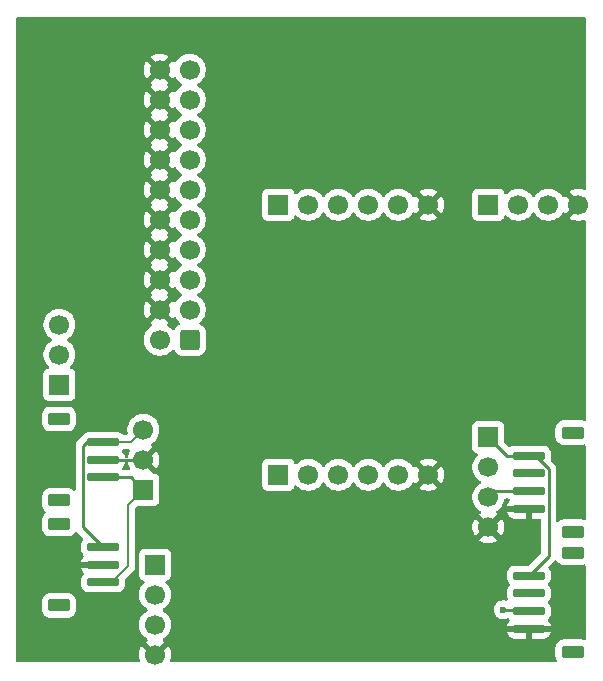
<source format=gbr>
%TF.GenerationSoftware,KiCad,Pcbnew,9.0.1*%
%TF.CreationDate,2025-06-01T13:31:13+09:00*%
%TF.ProjectId,DevTool,44657654-6f6f-46c2-9e6b-696361645f70,rev?*%
%TF.SameCoordinates,Original*%
%TF.FileFunction,Copper,L2,Bot*%
%TF.FilePolarity,Positive*%
%FSLAX46Y46*%
G04 Gerber Fmt 4.6, Leading zero omitted, Abs format (unit mm)*
G04 Created by KiCad (PCBNEW 9.0.1) date 2025-06-01 13:31:13*
%MOMM*%
%LPD*%
G01*
G04 APERTURE LIST*
G04 Aperture macros list*
%AMRoundRect*
0 Rectangle with rounded corners*
0 $1 Rounding radius*
0 $2 $3 $4 $5 $6 $7 $8 $9 X,Y pos of 4 corners*
0 Add a 4 corners polygon primitive as box body*
4,1,4,$2,$3,$4,$5,$6,$7,$8,$9,$2,$3,0*
0 Add four circle primitives for the rounded corners*
1,1,$1+$1,$2,$3*
1,1,$1+$1,$4,$5*
1,1,$1+$1,$6,$7*
1,1,$1+$1,$8,$9*
0 Add four rect primitives between the rounded corners*
20,1,$1+$1,$2,$3,$4,$5,0*
20,1,$1+$1,$4,$5,$6,$7,0*
20,1,$1+$1,$6,$7,$8,$9,0*
20,1,$1+$1,$8,$9,$2,$3,0*%
G04 Aperture macros list end*
%TA.AperFunction,ComponentPad*%
%ADD10R,1.700000X1.700000*%
%TD*%
%TA.AperFunction,ComponentPad*%
%ADD11C,1.700000*%
%TD*%
%TA.AperFunction,ComponentPad*%
%ADD12RoundRect,0.250000X0.600000X0.600000X-0.600000X0.600000X-0.600000X-0.600000X0.600000X-0.600000X0*%
%TD*%
%TA.AperFunction,SMDPad,CuDef*%
%ADD13RoundRect,0.175000X1.175000X-0.175000X1.175000X0.175000X-1.175000X0.175000X-1.175000X-0.175000X0*%
%TD*%
%TA.AperFunction,SMDPad,CuDef*%
%ADD14RoundRect,0.250000X0.700000X-0.300000X0.700000X0.300000X-0.700000X0.300000X-0.700000X-0.300000X0*%
%TD*%
%TA.AperFunction,SMDPad,CuDef*%
%ADD15RoundRect,0.175000X-1.175000X0.175000X-1.175000X-0.175000X1.175000X-0.175000X1.175000X0.175000X0*%
%TD*%
%TA.AperFunction,SMDPad,CuDef*%
%ADD16RoundRect,0.250000X-0.700000X0.300000X-0.700000X-0.300000X0.700000X-0.300000X0.700000X0.300000X0*%
%TD*%
%TA.AperFunction,ViaPad*%
%ADD17C,0.600000*%
%TD*%
%TA.AperFunction,Conductor*%
%ADD18C,0.250000*%
%TD*%
%TA.AperFunction,Conductor*%
%ADD19C,0.200000*%
%TD*%
G04 APERTURE END LIST*
D10*
%TO.P,J18,1,Pin_1*%
%TO.N,/UART1_TX*%
X147320000Y-93345000D03*
D11*
%TO.P,J18,2,Pin_2*%
%TO.N,unconnected-(J18-Pin_2-Pad2)*%
X147320000Y-95885000D03*
%TO.P,J18,3,Pin_3*%
%TO.N,+5V*%
X147320000Y-98425000D03*
%TO.P,J18,4,Pin_4*%
%TO.N,GND*%
X147320000Y-100965000D03*
%TD*%
D10*
%TO.P,J1,1,Pin_1*%
%TO.N,unconnected-(J1-Pin_1-Pad1)*%
X111000000Y-88900000D03*
D11*
%TO.P,J1,2,Pin_2*%
%TO.N,/BOOT0*%
X111000000Y-86360000D03*
%TO.P,J1,3,Pin_3*%
%TO.N,+3.3V*%
X111000000Y-83820000D03*
%TD*%
D10*
%TO.P,J10,1,Pin_1*%
%TO.N,+5V*%
X129540000Y-96520000D03*
D11*
%TO.P,J10,2,Pin_2*%
%TO.N,/UART_TX*%
X132080000Y-96520000D03*
%TO.P,J10,3,Pin_3*%
%TO.N,/UART_RX*%
X134620000Y-96520000D03*
%TO.P,J10,4,Pin_4*%
%TO.N,/UART_CTS*%
X137160000Y-96520000D03*
%TO.P,J10,5,Pin_5*%
%TO.N,/UART_RTS*%
X139700000Y-96520000D03*
%TO.P,J10,6,Pin_6*%
%TO.N,GND*%
X142240000Y-96520000D03*
%TD*%
D10*
%TO.P,J11,1,Pin_1*%
%TO.N,+5V*%
X119100000Y-104140000D03*
D11*
%TO.P,J11,2,Pin_2*%
%TO.N,/I2C_SCL{slash}CAN2_P*%
X119100000Y-106680000D03*
%TO.P,J11,3,Pin_3*%
%TO.N,/I2C_SDA{slash}CAN2_N*%
X119100000Y-109220000D03*
%TO.P,J11,4,Pin_4*%
%TO.N,GND*%
X119100000Y-111760000D03*
%TD*%
D12*
%TO.P,J8,1,VTREF*%
%TO.N,unconnected-(J8-VTREF-Pad1)*%
X122037500Y-85090000D03*
D11*
%TO.P,J8,2,VCC/NC*%
%TO.N,unconnected-(J8-VCC{slash}NC-Pad2)*%
X119497500Y-85090000D03*
%TO.P,J8,3,~{TRST}*%
%TO.N,unconnected-(J8-~{TRST}-Pad3)*%
X122037500Y-82550000D03*
%TO.P,J8,4,GND*%
%TO.N,GND*%
X119497500Y-82550000D03*
%TO.P,J8,5,TDI*%
%TO.N,unconnected-(J8-TDI-Pad5)*%
X122037500Y-80010000D03*
%TO.P,J8,6,GND*%
%TO.N,GND*%
X119497500Y-80010000D03*
%TO.P,J8,7,TMS/SWDIO*%
%TO.N,/SWDIO*%
X122037500Y-77470000D03*
%TO.P,J8,8,GND*%
%TO.N,GND*%
X119497500Y-77470000D03*
%TO.P,J8,9,TCK/SWCLK*%
%TO.N,/SWCLK*%
X122037500Y-74930000D03*
%TO.P,J8,10,GND*%
%TO.N,GND*%
X119497500Y-74930000D03*
%TO.P,J8,11,RTCK*%
%TO.N,unconnected-(J8-RTCK-Pad11)*%
X122037500Y-72390000D03*
%TO.P,J8,12,GND*%
%TO.N,GND*%
X119497500Y-72390000D03*
%TO.P,J8,13,TDO/SWO*%
%TO.N,unconnected-(J8-TDO{slash}SWO-Pad13)*%
X122037500Y-69850000D03*
%TO.P,J8,14,GND*%
%TO.N,GND*%
X119497500Y-69850000D03*
%TO.P,J8,15,~{SRST}*%
%TO.N,/NRST*%
X122037500Y-67310000D03*
%TO.P,J8,16,GND*%
%TO.N,GND*%
X119497500Y-67310000D03*
%TO.P,J8,17,DBGRQ/NC*%
%TO.N,unconnected-(J8-DBGRQ{slash}NC-Pad17)*%
X122037500Y-64770000D03*
%TO.P,J8,18,GND*%
%TO.N,GND*%
X119497500Y-64770000D03*
%TO.P,J8,19,DBGACK/NC*%
%TO.N,unconnected-(J8-DBGACK{slash}NC-Pad19)*%
X122037500Y-62230000D03*
%TO.P,J8,20,GND*%
%TO.N,GND*%
X119497500Y-62230000D03*
%TD*%
D10*
%TO.P,J17,1,Pin_1*%
%TO.N,+3.3V*%
X118110000Y-97790000D03*
D11*
%TO.P,J17,2,Pin_2*%
%TO.N,GND*%
X118110000Y-95250000D03*
%TO.P,J17,3,Pin_3*%
%TO.N,/UART1_RX*%
X118110000Y-92710000D03*
%TD*%
D10*
%TO.P,J19,1,Pin_1*%
%TO.N,/CRSF_TX*%
X147320000Y-73660000D03*
D11*
%TO.P,J19,2,Pin_2*%
%TO.N,/CRSF_RX*%
X149860000Y-73660000D03*
%TO.P,J19,3,Pin_3*%
%TO.N,+5V*%
X152400000Y-73660000D03*
%TO.P,J19,4,Pin_4*%
%TO.N,GND*%
X154940000Y-73660000D03*
%TD*%
D10*
%TO.P,J20,1,Pin_1*%
%TO.N,+5V*%
X129540000Y-73660000D03*
D11*
%TO.P,J20,2,Pin_2*%
%TO.N,/GPS2_UART_TX*%
X132080000Y-73660000D03*
%TO.P,J20,3,Pin_3*%
%TO.N,/GPS2_UART_RX*%
X134620000Y-73660000D03*
%TO.P,J20,4,Pin_4*%
%TO.N,/GPS2_I2C_SCL*%
X137160000Y-73660000D03*
%TO.P,J20,5,Pin_5*%
%TO.N,/GPS2_I2C_SDA*%
X139700000Y-73660000D03*
%TO.P,J20,6,Pin_6*%
%TO.N,GND*%
X142240000Y-73660000D03*
%TD*%
D13*
%TO.P,J21,1,Pin_1*%
%TO.N,+3.3V*%
X114680000Y-105640000D03*
%TO.P,J21,2,Pin_2*%
%TO.N,GND*%
X114680000Y-104140000D03*
%TO.P,J21,3,Pin_3*%
%TO.N,/UART1_RX*%
X114680000Y-102640000D03*
D14*
%TO.P,J21,MP*%
%TO.N,N/C*%
X110980000Y-107590000D03*
X110980000Y-100690000D03*
%TD*%
D15*
%TO.P,J23,1,Pin_1*%
%TO.N,/UART1_TX*%
X150750000Y-105065000D03*
%TO.P,J23,2,Pin_2*%
%TO.N,unconnected-(J23-Pin_2-Pad2)*%
X150750000Y-106565000D03*
%TO.P,J23,3,Pin_3*%
%TO.N,+5V*%
X150750000Y-108065000D03*
%TO.P,J23,4,Pin_4*%
%TO.N,GND*%
X150750000Y-109565000D03*
D16*
%TO.P,J23,MP*%
%TO.N,N/C*%
X154450000Y-103115000D03*
X154450000Y-111515000D03*
%TD*%
D15*
%TO.P,J14,1,Pin_1*%
%TO.N,/UART1_TX*%
X150750000Y-94905000D03*
%TO.P,J14,2,Pin_2*%
%TO.N,unconnected-(J14-Pin_2-Pad2)*%
X150750000Y-96405000D03*
%TO.P,J14,3,Pin_3*%
%TO.N,+5V*%
X150750000Y-97905000D03*
%TO.P,J14,4,Pin_4*%
%TO.N,GND*%
X150750000Y-99405000D03*
D16*
%TO.P,J14,MP*%
%TO.N,N/C*%
X154450000Y-92955000D03*
X154450000Y-101355000D03*
%TD*%
D13*
%TO.P,J13,1,Pin_1*%
%TO.N,+3.3V*%
X114680000Y-96750000D03*
%TO.P,J13,2,Pin_2*%
%TO.N,GND*%
X114680000Y-95250000D03*
%TO.P,J13,3,Pin_3*%
%TO.N,/UART1_RX*%
X114680000Y-93750000D03*
D14*
%TO.P,J13,MP*%
%TO.N,N/C*%
X110980000Y-98700000D03*
X110980000Y-91800000D03*
%TD*%
D17*
%TO.N,+5V*%
X148590000Y-107950000D03*
%TD*%
D18*
%TO.N,GND*%
X114680000Y-95250000D02*
X118110000Y-95250000D01*
%TO.N,+5V*%
X148590000Y-107950000D02*
X150635000Y-107950000D01*
X150635000Y-107950000D02*
X150750000Y-108065000D01*
%TO.N,/UART1_TX*%
X151313370Y-94905000D02*
X150750000Y-94905000D01*
X152426000Y-103389000D02*
X152426000Y-96017630D01*
X152426000Y-96017630D02*
X151313370Y-94905000D01*
X150750000Y-105065000D02*
X152426000Y-103389000D01*
X148880000Y-94905000D02*
X147320000Y-93345000D01*
X150750000Y-94905000D02*
X148880000Y-94905000D01*
%TO.N,GND*%
X148880000Y-99405000D02*
X147320000Y-100965000D01*
X150750000Y-99405000D02*
X148880000Y-99405000D01*
%TO.N,+5V*%
X147840000Y-97905000D02*
X147320000Y-98425000D01*
X150750000Y-97905000D02*
X147840000Y-97905000D01*
D19*
%TO.N,+3.3V*%
X115459000Y-105640000D02*
X116840000Y-104259000D01*
X116840000Y-99060000D02*
X118110000Y-97790000D01*
X114680000Y-105640000D02*
X115459000Y-105640000D01*
X116840000Y-104259000D02*
X116840000Y-99060000D01*
D18*
%TO.N,/UART1_RX*%
X113004000Y-94076000D02*
X113330000Y-93750000D01*
X113330000Y-93750000D02*
X114680000Y-93750000D01*
X114680000Y-102640000D02*
X113004000Y-100964000D01*
X113004000Y-100964000D02*
X113004000Y-94076000D01*
D19*
X117070000Y-93750000D02*
X118110000Y-92710000D01*
X114680000Y-93750000D02*
X117070000Y-93750000D01*
D18*
%TO.N,+3.3V*%
X114680000Y-96750000D02*
X117070000Y-96750000D01*
X117070000Y-96750000D02*
X118110000Y-97790000D01*
%TD*%
%TA.AperFunction,Conductor*%
%TO.N,GND*%
G36*
X116735167Y-95385907D02*
G01*
X116772963Y-95444671D01*
X116776472Y-95460251D01*
X116793242Y-95566129D01*
X116793242Y-95566130D01*
X116858904Y-95768217D01*
X116948575Y-95944205D01*
X116961471Y-96012874D01*
X116935195Y-96077615D01*
X116878088Y-96117872D01*
X116838090Y-96124500D01*
X116411163Y-96124500D01*
X116381686Y-96115844D01*
X116351672Y-96109297D01*
X116346701Y-96105571D01*
X116344124Y-96104815D01*
X116323435Y-96088134D01*
X116322577Y-96087276D01*
X116289128Y-96025933D01*
X116294154Y-95956244D01*
X116322629Y-95911964D01*
X116390256Y-95844337D01*
X116475052Y-95704065D01*
X116523820Y-95547562D01*
X116530000Y-95479552D01*
X116530128Y-95476742D01*
X116530855Y-95476775D01*
X116549659Y-95412649D01*
X116602446Y-95366875D01*
X116671601Y-95356906D01*
X116735167Y-95385907D01*
G37*
%TD.AperFunction*%
%TA.AperFunction,Conductor*%
G36*
X116918622Y-94370185D02*
G01*
X116964377Y-94422989D01*
X116974321Y-94492147D01*
X116957314Y-94539284D01*
X116955379Y-94542440D01*
X116858904Y-94731782D01*
X116793242Y-94933869D01*
X116793242Y-94933872D01*
X116776472Y-95039754D01*
X116746543Y-95102889D01*
X116687231Y-95139820D01*
X116617369Y-95138822D01*
X116559136Y-95100212D01*
X116531022Y-95036248D01*
X116530184Y-95023236D01*
X116530126Y-95023239D01*
X116529999Y-95020433D01*
X116523821Y-94952438D01*
X116523818Y-94952427D01*
X116475055Y-94795939D01*
X116475053Y-94795935D01*
X116390256Y-94655662D01*
X116390255Y-94655661D01*
X116322628Y-94588033D01*
X116318289Y-94580087D01*
X116311041Y-94574661D01*
X116301805Y-94549898D01*
X116289144Y-94526709D01*
X116289789Y-94517679D01*
X116286626Y-94509196D01*
X116292243Y-94483373D01*
X116294129Y-94457018D01*
X116299947Y-94447964D01*
X116301479Y-94440923D01*
X116322624Y-94412676D01*
X116348485Y-94386815D01*
X116409807Y-94353333D01*
X116436163Y-94350500D01*
X116851583Y-94350500D01*
X116918622Y-94370185D01*
G37*
%TD.AperFunction*%
%TA.AperFunction,Conductor*%
G36*
X120612770Y-83311717D02*
G01*
X120612770Y-83311716D01*
X120652122Y-83257555D01*
X120656732Y-83248507D01*
X120704705Y-83197709D01*
X120772525Y-83180912D01*
X120838661Y-83203447D01*
X120877704Y-83248504D01*
X120882449Y-83257817D01*
X121007390Y-83429786D01*
X121157709Y-83580105D01*
X121162606Y-83583663D01*
X121205271Y-83638994D01*
X121211250Y-83708607D01*
X121178644Y-83770402D01*
X121128729Y-83801685D01*
X121118173Y-83805183D01*
X121118163Y-83805187D01*
X120968842Y-83897289D01*
X120844789Y-84021342D01*
X120752687Y-84170663D01*
X120752683Y-84170673D01*
X120749185Y-84181229D01*
X120709410Y-84238672D01*
X120644893Y-84265493D01*
X120576118Y-84253174D01*
X120531163Y-84215106D01*
X120527605Y-84210209D01*
X120377286Y-84059890D01*
X120205317Y-83934949D01*
X120196004Y-83930204D01*
X120145207Y-83882230D01*
X120128412Y-83814409D01*
X120150949Y-83748274D01*
X120196007Y-83709232D01*
X120205055Y-83704622D01*
X120259216Y-83665270D01*
X120259217Y-83665270D01*
X119626908Y-83032962D01*
X119690493Y-83015925D01*
X119804507Y-82950099D01*
X119897599Y-82857007D01*
X119963425Y-82742993D01*
X119980462Y-82679408D01*
X120612770Y-83311717D01*
G37*
%TD.AperFunction*%
%TA.AperFunction,Conductor*%
G36*
X120612770Y-80771717D02*
G01*
X120612770Y-80771716D01*
X120652122Y-80717555D01*
X120656732Y-80708507D01*
X120704705Y-80657709D01*
X120772525Y-80640912D01*
X120838661Y-80663447D01*
X120877704Y-80708504D01*
X120882449Y-80717817D01*
X121007390Y-80889786D01*
X121157713Y-81040109D01*
X121329682Y-81165050D01*
X121338446Y-81169516D01*
X121389242Y-81217491D01*
X121406036Y-81285312D01*
X121383498Y-81351447D01*
X121338446Y-81390484D01*
X121329682Y-81394949D01*
X121157713Y-81519890D01*
X121007390Y-81670213D01*
X120882449Y-81842182D01*
X120877702Y-81851499D01*
X120829727Y-81902293D01*
X120761905Y-81919087D01*
X120695771Y-81896548D01*
X120656734Y-81851495D01*
X120652126Y-81842452D01*
X120612770Y-81788282D01*
X120612769Y-81788282D01*
X119980462Y-82420590D01*
X119963425Y-82357007D01*
X119897599Y-82242993D01*
X119804507Y-82149901D01*
X119690493Y-82084075D01*
X119626909Y-82067037D01*
X120259216Y-81434728D01*
X120205050Y-81395375D01*
X120195454Y-81390486D01*
X120144657Y-81342512D01*
X120127861Y-81274692D01*
X120150397Y-81208556D01*
X120195454Y-81169514D01*
X120205054Y-81164622D01*
X120259216Y-81125270D01*
X120259217Y-81125270D01*
X119626908Y-80492962D01*
X119690493Y-80475925D01*
X119804507Y-80410099D01*
X119897599Y-80317007D01*
X119963425Y-80202993D01*
X119980462Y-80139408D01*
X120612770Y-80771717D01*
G37*
%TD.AperFunction*%
%TA.AperFunction,Conductor*%
G36*
X120612770Y-78231717D02*
G01*
X120612770Y-78231716D01*
X120652122Y-78177555D01*
X120656732Y-78168507D01*
X120704705Y-78117709D01*
X120772525Y-78100912D01*
X120838661Y-78123447D01*
X120877704Y-78168504D01*
X120882449Y-78177817D01*
X121007390Y-78349786D01*
X121157713Y-78500109D01*
X121329682Y-78625050D01*
X121338446Y-78629516D01*
X121389242Y-78677491D01*
X121406036Y-78745312D01*
X121383498Y-78811447D01*
X121338446Y-78850484D01*
X121329682Y-78854949D01*
X121157713Y-78979890D01*
X121007390Y-79130213D01*
X120882449Y-79302182D01*
X120877702Y-79311499D01*
X120829727Y-79362293D01*
X120761905Y-79379087D01*
X120695771Y-79356548D01*
X120656734Y-79311495D01*
X120652126Y-79302452D01*
X120612770Y-79248282D01*
X120612769Y-79248282D01*
X119980462Y-79880590D01*
X119963425Y-79817007D01*
X119897599Y-79702993D01*
X119804507Y-79609901D01*
X119690493Y-79544075D01*
X119626909Y-79527037D01*
X120259216Y-78894728D01*
X120205050Y-78855375D01*
X120195454Y-78850486D01*
X120144657Y-78802512D01*
X120127861Y-78734692D01*
X120150397Y-78668556D01*
X120195454Y-78629514D01*
X120205054Y-78624622D01*
X120259216Y-78585270D01*
X120259217Y-78585270D01*
X119626908Y-77952962D01*
X119690493Y-77935925D01*
X119804507Y-77870099D01*
X119897599Y-77777007D01*
X119963425Y-77662993D01*
X119980462Y-77599408D01*
X120612770Y-78231717D01*
G37*
%TD.AperFunction*%
%TA.AperFunction,Conductor*%
G36*
X120612770Y-75691717D02*
G01*
X120612770Y-75691716D01*
X120652122Y-75637555D01*
X120656732Y-75628507D01*
X120704705Y-75577709D01*
X120772525Y-75560912D01*
X120838661Y-75583447D01*
X120877704Y-75628504D01*
X120882449Y-75637817D01*
X121007390Y-75809786D01*
X121157713Y-75960109D01*
X121329682Y-76085050D01*
X121338446Y-76089516D01*
X121389242Y-76137491D01*
X121406036Y-76205312D01*
X121383498Y-76271447D01*
X121338446Y-76310484D01*
X121329682Y-76314949D01*
X121157713Y-76439890D01*
X121007390Y-76590213D01*
X120882449Y-76762182D01*
X120877702Y-76771499D01*
X120829727Y-76822293D01*
X120761905Y-76839087D01*
X120695771Y-76816548D01*
X120656734Y-76771495D01*
X120652126Y-76762452D01*
X120612770Y-76708282D01*
X120612769Y-76708282D01*
X119980462Y-77340590D01*
X119963425Y-77277007D01*
X119897599Y-77162993D01*
X119804507Y-77069901D01*
X119690493Y-77004075D01*
X119626909Y-76987037D01*
X120259216Y-76354728D01*
X120205050Y-76315375D01*
X120195454Y-76310486D01*
X120144657Y-76262512D01*
X120127861Y-76194692D01*
X120150397Y-76128556D01*
X120195454Y-76089514D01*
X120205054Y-76084622D01*
X120259216Y-76045270D01*
X120259217Y-76045270D01*
X119626908Y-75412962D01*
X119690493Y-75395925D01*
X119804507Y-75330099D01*
X119897599Y-75237007D01*
X119963425Y-75122993D01*
X119980462Y-75059408D01*
X120612770Y-75691717D01*
G37*
%TD.AperFunction*%
%TA.AperFunction,Conductor*%
G36*
X120612770Y-73151717D02*
G01*
X120612770Y-73151716D01*
X120652122Y-73097555D01*
X120656732Y-73088507D01*
X120704705Y-73037709D01*
X120772525Y-73020912D01*
X120838661Y-73043447D01*
X120877704Y-73088504D01*
X120882449Y-73097817D01*
X121007390Y-73269786D01*
X121157713Y-73420109D01*
X121329682Y-73545050D01*
X121338446Y-73549516D01*
X121389242Y-73597491D01*
X121406036Y-73665312D01*
X121383498Y-73731447D01*
X121338446Y-73770484D01*
X121329682Y-73774949D01*
X121157713Y-73899890D01*
X121007390Y-74050213D01*
X120882449Y-74222182D01*
X120877702Y-74231499D01*
X120829727Y-74282293D01*
X120761905Y-74299087D01*
X120695771Y-74276548D01*
X120656734Y-74231495D01*
X120652126Y-74222452D01*
X120612770Y-74168282D01*
X120612769Y-74168282D01*
X119980462Y-74800590D01*
X119963425Y-74737007D01*
X119897599Y-74622993D01*
X119804507Y-74529901D01*
X119690493Y-74464075D01*
X119626909Y-74447037D01*
X120259216Y-73814728D01*
X120205050Y-73775375D01*
X120195454Y-73770486D01*
X120144657Y-73722512D01*
X120127861Y-73654692D01*
X120150397Y-73588556D01*
X120195454Y-73549514D01*
X120205054Y-73544622D01*
X120259216Y-73505270D01*
X120259217Y-73505270D01*
X119626908Y-72872962D01*
X119690493Y-72855925D01*
X119804507Y-72790099D01*
X119897599Y-72697007D01*
X119963425Y-72582993D01*
X119980462Y-72519408D01*
X120612770Y-73151717D01*
G37*
%TD.AperFunction*%
%TA.AperFunction,Conductor*%
G36*
X120612770Y-70611717D02*
G01*
X120612770Y-70611716D01*
X120652122Y-70557555D01*
X120656732Y-70548507D01*
X120704705Y-70497709D01*
X120772525Y-70480912D01*
X120838661Y-70503447D01*
X120877704Y-70548504D01*
X120882449Y-70557817D01*
X121007390Y-70729786D01*
X121157713Y-70880109D01*
X121329682Y-71005050D01*
X121338446Y-71009516D01*
X121389242Y-71057491D01*
X121406036Y-71125312D01*
X121383498Y-71191447D01*
X121338446Y-71230484D01*
X121329682Y-71234949D01*
X121157713Y-71359890D01*
X121007390Y-71510213D01*
X120882449Y-71682182D01*
X120877702Y-71691499D01*
X120829727Y-71742293D01*
X120761905Y-71759087D01*
X120695771Y-71736548D01*
X120656734Y-71691495D01*
X120652126Y-71682452D01*
X120612770Y-71628282D01*
X120612769Y-71628282D01*
X119980462Y-72260590D01*
X119963425Y-72197007D01*
X119897599Y-72082993D01*
X119804507Y-71989901D01*
X119690493Y-71924075D01*
X119626909Y-71907037D01*
X120259216Y-71274728D01*
X120205050Y-71235375D01*
X120195454Y-71230486D01*
X120144657Y-71182512D01*
X120127861Y-71114692D01*
X120150397Y-71048556D01*
X120195454Y-71009514D01*
X120205054Y-71004622D01*
X120259216Y-70965270D01*
X120259217Y-70965270D01*
X119626908Y-70332962D01*
X119690493Y-70315925D01*
X119804507Y-70250099D01*
X119897599Y-70157007D01*
X119963425Y-70042993D01*
X119980462Y-69979408D01*
X120612770Y-70611717D01*
G37*
%TD.AperFunction*%
%TA.AperFunction,Conductor*%
G36*
X120612770Y-68071717D02*
G01*
X120612770Y-68071716D01*
X120652122Y-68017555D01*
X120656732Y-68008507D01*
X120704705Y-67957709D01*
X120772525Y-67940912D01*
X120838661Y-67963447D01*
X120877704Y-68008504D01*
X120882449Y-68017817D01*
X121007390Y-68189786D01*
X121157713Y-68340109D01*
X121329682Y-68465050D01*
X121338446Y-68469516D01*
X121389242Y-68517491D01*
X121406036Y-68585312D01*
X121383498Y-68651447D01*
X121338446Y-68690484D01*
X121329682Y-68694949D01*
X121157713Y-68819890D01*
X121007390Y-68970213D01*
X120882449Y-69142182D01*
X120877702Y-69151499D01*
X120829727Y-69202293D01*
X120761905Y-69219087D01*
X120695771Y-69196548D01*
X120656734Y-69151495D01*
X120652126Y-69142452D01*
X120612770Y-69088282D01*
X120612769Y-69088282D01*
X119980462Y-69720590D01*
X119963425Y-69657007D01*
X119897599Y-69542993D01*
X119804507Y-69449901D01*
X119690493Y-69384075D01*
X119626909Y-69367037D01*
X120259216Y-68734728D01*
X120205050Y-68695375D01*
X120195454Y-68690486D01*
X120144657Y-68642512D01*
X120127861Y-68574692D01*
X120150397Y-68508556D01*
X120195454Y-68469514D01*
X120205054Y-68464622D01*
X120259216Y-68425270D01*
X120259217Y-68425270D01*
X119626908Y-67792962D01*
X119690493Y-67775925D01*
X119804507Y-67710099D01*
X119897599Y-67617007D01*
X119963425Y-67502993D01*
X119980462Y-67439408D01*
X120612770Y-68071717D01*
G37*
%TD.AperFunction*%
%TA.AperFunction,Conductor*%
G36*
X120612770Y-65531717D02*
G01*
X120612770Y-65531716D01*
X120652122Y-65477555D01*
X120656732Y-65468507D01*
X120704705Y-65417709D01*
X120772525Y-65400912D01*
X120838661Y-65423447D01*
X120877704Y-65468504D01*
X120882449Y-65477817D01*
X121007390Y-65649786D01*
X121157713Y-65800109D01*
X121329682Y-65925050D01*
X121338446Y-65929516D01*
X121389242Y-65977491D01*
X121406036Y-66045312D01*
X121383498Y-66111447D01*
X121338446Y-66150484D01*
X121329682Y-66154949D01*
X121157713Y-66279890D01*
X121007390Y-66430213D01*
X120882449Y-66602182D01*
X120877702Y-66611499D01*
X120829727Y-66662293D01*
X120761905Y-66679087D01*
X120695771Y-66656548D01*
X120656734Y-66611495D01*
X120652126Y-66602452D01*
X120612770Y-66548282D01*
X120612769Y-66548282D01*
X119980462Y-67180590D01*
X119963425Y-67117007D01*
X119897599Y-67002993D01*
X119804507Y-66909901D01*
X119690493Y-66844075D01*
X119626909Y-66827037D01*
X120259216Y-66194728D01*
X120205050Y-66155375D01*
X120195454Y-66150486D01*
X120144657Y-66102512D01*
X120127861Y-66034692D01*
X120150397Y-65968556D01*
X120195454Y-65929514D01*
X120205054Y-65924622D01*
X120259216Y-65885270D01*
X120259217Y-65885270D01*
X119626908Y-65252962D01*
X119690493Y-65235925D01*
X119804507Y-65170099D01*
X119897599Y-65077007D01*
X119963425Y-64962993D01*
X119980462Y-64899409D01*
X120612770Y-65531717D01*
G37*
%TD.AperFunction*%
%TA.AperFunction,Conductor*%
G36*
X120612770Y-62991717D02*
G01*
X120612770Y-62991716D01*
X120652122Y-62937555D01*
X120656732Y-62928507D01*
X120704705Y-62877709D01*
X120772525Y-62860912D01*
X120838661Y-62883447D01*
X120877704Y-62928504D01*
X120882449Y-62937817D01*
X121007390Y-63109786D01*
X121157713Y-63260109D01*
X121329682Y-63385050D01*
X121338446Y-63389516D01*
X121389242Y-63437491D01*
X121406036Y-63505312D01*
X121383498Y-63571447D01*
X121338446Y-63610484D01*
X121329682Y-63614949D01*
X121157713Y-63739890D01*
X121007390Y-63890213D01*
X120882449Y-64062182D01*
X120877702Y-64071499D01*
X120829727Y-64122293D01*
X120761905Y-64139087D01*
X120695771Y-64116548D01*
X120656734Y-64071495D01*
X120652126Y-64062452D01*
X120612770Y-64008282D01*
X120612769Y-64008282D01*
X119980462Y-64640590D01*
X119963425Y-64577007D01*
X119897599Y-64462993D01*
X119804507Y-64369901D01*
X119690493Y-64304075D01*
X119626909Y-64287037D01*
X120259216Y-63654728D01*
X120205050Y-63615375D01*
X120195454Y-63610486D01*
X120144657Y-63562512D01*
X120127861Y-63494692D01*
X120150397Y-63428556D01*
X120195454Y-63389514D01*
X120205054Y-63384622D01*
X120259216Y-63345270D01*
X120259217Y-63345270D01*
X119626908Y-62712962D01*
X119690493Y-62695925D01*
X119804507Y-62630099D01*
X119897599Y-62537007D01*
X119963425Y-62422993D01*
X119980462Y-62359409D01*
X120612770Y-62991717D01*
G37*
%TD.AperFunction*%
%TA.AperFunction,Conductor*%
G36*
X155518039Y-57804685D02*
G01*
X155563794Y-57857489D01*
X155575000Y-57909000D01*
X155575000Y-72276178D01*
X155555315Y-72343217D01*
X155502511Y-72388972D01*
X155433353Y-72398916D01*
X155412682Y-72394109D01*
X155256129Y-72343242D01*
X155046246Y-72310000D01*
X154833754Y-72310000D01*
X154623872Y-72343242D01*
X154623869Y-72343242D01*
X154421782Y-72408904D01*
X154232439Y-72505380D01*
X154178282Y-72544727D01*
X154178282Y-72544728D01*
X154810591Y-73177037D01*
X154747007Y-73194075D01*
X154632993Y-73259901D01*
X154539901Y-73352993D01*
X154474075Y-73467007D01*
X154457037Y-73530591D01*
X153824728Y-72898282D01*
X153824727Y-72898282D01*
X153785380Y-72952440D01*
X153785376Y-72952446D01*
X153780760Y-72961505D01*
X153732781Y-73012297D01*
X153664959Y-73029087D01*
X153598826Y-73006543D01*
X153559794Y-72961493D01*
X153555051Y-72952184D01*
X153555049Y-72952181D01*
X153555048Y-72952179D01*
X153430109Y-72780213D01*
X153279786Y-72629890D01*
X153107820Y-72504951D01*
X152918414Y-72408444D01*
X152918413Y-72408443D01*
X152918412Y-72408443D01*
X152716243Y-72342754D01*
X152716241Y-72342753D01*
X152716240Y-72342753D01*
X152554957Y-72317208D01*
X152506287Y-72309500D01*
X152293713Y-72309500D01*
X152245042Y-72317208D01*
X152083760Y-72342753D01*
X151881585Y-72408444D01*
X151692179Y-72504951D01*
X151520213Y-72629890D01*
X151369890Y-72780213D01*
X151244949Y-72952182D01*
X151240484Y-72960946D01*
X151192509Y-73011742D01*
X151124688Y-73028536D01*
X151058553Y-73005998D01*
X151019516Y-72960946D01*
X151015050Y-72952182D01*
X150890109Y-72780213D01*
X150739786Y-72629890D01*
X150567820Y-72504951D01*
X150378414Y-72408444D01*
X150378413Y-72408443D01*
X150378412Y-72408443D01*
X150176243Y-72342754D01*
X150176241Y-72342753D01*
X150176240Y-72342753D01*
X150014957Y-72317208D01*
X149966287Y-72309500D01*
X149753713Y-72309500D01*
X149705042Y-72317208D01*
X149543760Y-72342753D01*
X149341585Y-72408444D01*
X149152179Y-72504951D01*
X148980215Y-72629889D01*
X148866673Y-72743431D01*
X148805350Y-72776915D01*
X148735658Y-72771931D01*
X148679725Y-72730059D01*
X148662810Y-72699082D01*
X148613797Y-72567671D01*
X148613793Y-72567664D01*
X148527547Y-72452455D01*
X148527544Y-72452452D01*
X148412335Y-72366206D01*
X148412328Y-72366202D01*
X148277482Y-72315908D01*
X148277483Y-72315908D01*
X148217883Y-72309501D01*
X148217881Y-72309500D01*
X148217873Y-72309500D01*
X148217864Y-72309500D01*
X146422129Y-72309500D01*
X146422123Y-72309501D01*
X146362516Y-72315908D01*
X146227671Y-72366202D01*
X146227664Y-72366206D01*
X146112455Y-72452452D01*
X146112452Y-72452455D01*
X146026206Y-72567664D01*
X146026202Y-72567671D01*
X145975908Y-72702517D01*
X145969501Y-72762116D01*
X145969500Y-72762135D01*
X145969500Y-74557870D01*
X145969501Y-74557876D01*
X145975908Y-74617483D01*
X146026202Y-74752328D01*
X146026206Y-74752335D01*
X146112452Y-74867544D01*
X146112455Y-74867547D01*
X146227664Y-74953793D01*
X146227671Y-74953797D01*
X146362517Y-75004091D01*
X146362516Y-75004091D01*
X146369444Y-75004835D01*
X146422127Y-75010500D01*
X148217872Y-75010499D01*
X148277483Y-75004091D01*
X148412331Y-74953796D01*
X148527546Y-74867546D01*
X148613796Y-74752331D01*
X148662810Y-74620916D01*
X148704681Y-74564984D01*
X148770145Y-74540566D01*
X148838418Y-74555417D01*
X148866673Y-74576569D01*
X148980213Y-74690109D01*
X149152179Y-74815048D01*
X149152181Y-74815049D01*
X149152184Y-74815051D01*
X149341588Y-74911557D01*
X149543757Y-74977246D01*
X149753713Y-75010500D01*
X149753714Y-75010500D01*
X149966286Y-75010500D01*
X149966287Y-75010500D01*
X150176243Y-74977246D01*
X150378412Y-74911557D01*
X150567816Y-74815051D01*
X150654138Y-74752335D01*
X150739786Y-74690109D01*
X150739788Y-74690106D01*
X150739792Y-74690104D01*
X150890104Y-74539792D01*
X150890106Y-74539788D01*
X150890109Y-74539786D01*
X151015048Y-74367820D01*
X151015047Y-74367820D01*
X151015051Y-74367816D01*
X151019514Y-74359054D01*
X151067488Y-74308259D01*
X151135308Y-74291463D01*
X151201444Y-74313999D01*
X151240486Y-74359056D01*
X151244951Y-74367820D01*
X151369890Y-74539786D01*
X151520213Y-74690109D01*
X151692179Y-74815048D01*
X151692181Y-74815049D01*
X151692184Y-74815051D01*
X151881588Y-74911557D01*
X152083757Y-74977246D01*
X152293713Y-75010500D01*
X152293714Y-75010500D01*
X152506286Y-75010500D01*
X152506287Y-75010500D01*
X152716243Y-74977246D01*
X152918412Y-74911557D01*
X153107816Y-74815051D01*
X153194138Y-74752335D01*
X153279786Y-74690109D01*
X153279788Y-74690106D01*
X153279792Y-74690104D01*
X153430104Y-74539792D01*
X153430106Y-74539788D01*
X153430109Y-74539786D01*
X153515890Y-74421717D01*
X153555051Y-74367816D01*
X153559793Y-74358508D01*
X153607763Y-74307711D01*
X153675583Y-74290911D01*
X153741719Y-74313445D01*
X153780763Y-74358500D01*
X153785373Y-74367547D01*
X153824728Y-74421716D01*
X154457037Y-73789408D01*
X154474075Y-73852993D01*
X154539901Y-73967007D01*
X154632993Y-74060099D01*
X154747007Y-74125925D01*
X154810589Y-74142962D01*
X154178282Y-74775269D01*
X154178282Y-74775270D01*
X154232449Y-74814624D01*
X154421782Y-74911095D01*
X154623870Y-74976757D01*
X154833754Y-75010000D01*
X155046246Y-75010000D01*
X155256127Y-74976757D01*
X155256130Y-74976757D01*
X155412682Y-74925890D01*
X155482523Y-74923895D01*
X155542356Y-74959975D01*
X155573184Y-75022676D01*
X155575000Y-75043821D01*
X155575000Y-91833480D01*
X155555315Y-91900519D01*
X155502511Y-91946274D01*
X155433353Y-91956218D01*
X155411996Y-91951186D01*
X155397172Y-91946274D01*
X155302797Y-91915001D01*
X155302795Y-91915000D01*
X155200010Y-91904500D01*
X153699998Y-91904500D01*
X153699981Y-91904501D01*
X153597203Y-91915000D01*
X153597200Y-91915001D01*
X153430668Y-91970185D01*
X153430663Y-91970187D01*
X153281342Y-92062289D01*
X153157289Y-92186342D01*
X153065187Y-92335663D01*
X153065185Y-92335668D01*
X153037462Y-92419331D01*
X153010001Y-92502203D01*
X153010001Y-92502204D01*
X153010000Y-92502204D01*
X152999500Y-92604983D01*
X152999500Y-93305001D01*
X152999501Y-93305019D01*
X153010000Y-93407796D01*
X153010001Y-93407799D01*
X153065185Y-93574331D01*
X153065187Y-93574336D01*
X153074935Y-93590140D01*
X153157288Y-93723656D01*
X153281344Y-93847712D01*
X153430666Y-93939814D01*
X153597203Y-93994999D01*
X153699991Y-94005500D01*
X155200008Y-94005499D01*
X155302797Y-93994999D01*
X155411999Y-93958812D01*
X155481823Y-93956411D01*
X155541865Y-93992142D01*
X155573059Y-94054662D01*
X155575000Y-94076519D01*
X155575000Y-100233480D01*
X155555315Y-100300519D01*
X155502511Y-100346274D01*
X155433353Y-100356218D01*
X155411996Y-100351186D01*
X155397172Y-100346274D01*
X155302797Y-100315001D01*
X155302795Y-100315000D01*
X155200010Y-100304500D01*
X153699998Y-100304500D01*
X153699981Y-100304501D01*
X153597203Y-100315000D01*
X153597200Y-100315001D01*
X153430668Y-100370185D01*
X153430663Y-100370187D01*
X153281342Y-100462289D01*
X153263181Y-100480451D01*
X153201858Y-100513936D01*
X153132166Y-100508952D01*
X153076233Y-100467080D01*
X153051816Y-100401616D01*
X153051500Y-100392770D01*
X153051500Y-95956027D01*
X153051500Y-95956024D01*
X153051202Y-95954529D01*
X153051206Y-95954486D01*
X153051194Y-95954489D01*
X153051194Y-95954488D01*
X153027463Y-95835178D01*
X152980311Y-95721344D01*
X152980309Y-95721341D01*
X152980307Y-95721337D01*
X152966126Y-95700115D01*
X152966125Y-95700114D01*
X152962275Y-95694352D01*
X152911858Y-95618897D01*
X152824733Y-95531772D01*
X152824732Y-95531771D01*
X152623871Y-95330910D01*
X152590386Y-95269587D01*
X152593048Y-95209097D01*
X152593034Y-95209095D01*
X152593052Y-95209003D01*
X152593169Y-95206331D01*
X152594315Y-95202657D01*
X152600500Y-95134594D01*
X152600500Y-94675406D01*
X152594315Y-94607343D01*
X152548603Y-94460648D01*
X152545514Y-94450736D01*
X152545511Y-94450727D01*
X152460651Y-94310351D01*
X152460648Y-94310347D01*
X152344652Y-94194351D01*
X152344648Y-94194348D01*
X152204272Y-94109488D01*
X152204263Y-94109485D01*
X152047664Y-94060687D01*
X152047662Y-94060686D01*
X152047657Y-94060685D01*
X151979594Y-94054500D01*
X149520406Y-94054500D01*
X149452343Y-94060685D01*
X149452339Y-94060686D01*
X149452335Y-94060687D01*
X149295736Y-94109485D01*
X149295727Y-94109489D01*
X149175283Y-94182299D01*
X149107728Y-94200135D01*
X149041255Y-94178617D01*
X149023453Y-94163863D01*
X148706818Y-93847228D01*
X148673333Y-93785905D01*
X148670499Y-93759547D01*
X148670499Y-92447129D01*
X148670498Y-92447123D01*
X148670497Y-92447116D01*
X148664091Y-92387517D01*
X148613844Y-92252799D01*
X148613797Y-92252671D01*
X148613793Y-92252664D01*
X148527547Y-92137455D01*
X148527544Y-92137452D01*
X148412335Y-92051206D01*
X148412328Y-92051202D01*
X148277482Y-92000908D01*
X148277483Y-92000908D01*
X148217883Y-91994501D01*
X148217881Y-91994500D01*
X148217873Y-91994500D01*
X148217864Y-91994500D01*
X146422129Y-91994500D01*
X146422123Y-91994501D01*
X146362516Y-92000908D01*
X146227671Y-92051202D01*
X146227664Y-92051206D01*
X146112455Y-92137452D01*
X146112452Y-92137455D01*
X146026206Y-92252664D01*
X146026202Y-92252671D01*
X145975908Y-92387517D01*
X145969501Y-92447116D01*
X145969501Y-92447123D01*
X145969500Y-92447135D01*
X145969500Y-94242870D01*
X145969501Y-94242876D01*
X145975908Y-94302483D01*
X146026202Y-94437328D01*
X146026206Y-94437335D01*
X146112452Y-94552544D01*
X146112455Y-94552547D01*
X146227664Y-94638793D01*
X146227671Y-94638797D01*
X146359082Y-94687810D01*
X146415016Y-94729681D01*
X146439433Y-94795145D01*
X146424582Y-94863418D01*
X146403431Y-94891673D01*
X146289889Y-95005215D01*
X146164951Y-95177179D01*
X146068444Y-95366585D01*
X146002753Y-95568760D01*
X145969500Y-95778713D01*
X145969500Y-95991286D01*
X145998661Y-96175406D01*
X146002754Y-96201243D01*
X146043617Y-96327007D01*
X146068444Y-96403414D01*
X146164951Y-96592820D01*
X146289890Y-96764786D01*
X146440213Y-96915109D01*
X146612182Y-97040050D01*
X146620946Y-97044516D01*
X146671742Y-97092491D01*
X146688536Y-97160312D01*
X146665998Y-97226447D01*
X146620946Y-97265484D01*
X146612182Y-97269949D01*
X146440213Y-97394890D01*
X146289890Y-97545213D01*
X146164951Y-97717179D01*
X146068444Y-97906585D01*
X146002753Y-98108760D01*
X145969500Y-98318713D01*
X145969500Y-98531286D01*
X146002753Y-98741239D01*
X146002753Y-98741241D01*
X146002754Y-98741243D01*
X146048596Y-98882331D01*
X146068444Y-98943414D01*
X146164951Y-99132820D01*
X146289890Y-99304786D01*
X146440213Y-99455109D01*
X146612179Y-99580048D01*
X146612181Y-99580049D01*
X146612184Y-99580051D01*
X146621493Y-99584794D01*
X146672290Y-99632766D01*
X146689087Y-99700587D01*
X146666552Y-99766722D01*
X146621505Y-99805760D01*
X146612446Y-99810376D01*
X146612440Y-99810380D01*
X146558282Y-99849727D01*
X146558282Y-99849728D01*
X147190591Y-100482037D01*
X147127007Y-100499075D01*
X147012993Y-100564901D01*
X146919901Y-100657993D01*
X146854075Y-100772007D01*
X146837037Y-100835591D01*
X146204728Y-100203282D01*
X146204727Y-100203282D01*
X146165380Y-100257439D01*
X146068904Y-100446782D01*
X146003242Y-100648869D01*
X146003242Y-100648872D01*
X145970000Y-100858753D01*
X145970000Y-101071246D01*
X146003242Y-101281127D01*
X146003242Y-101281130D01*
X146068904Y-101483217D01*
X146165375Y-101672550D01*
X146204728Y-101726716D01*
X146837037Y-101094408D01*
X146854075Y-101157993D01*
X146919901Y-101272007D01*
X147012993Y-101365099D01*
X147127007Y-101430925D01*
X147190590Y-101447962D01*
X146558282Y-102080269D01*
X146558282Y-102080270D01*
X146612449Y-102119624D01*
X146801782Y-102216095D01*
X147003870Y-102281757D01*
X147213754Y-102315000D01*
X147426246Y-102315000D01*
X147636127Y-102281757D01*
X147636130Y-102281757D01*
X147838217Y-102216095D01*
X148027554Y-102119622D01*
X148081716Y-102080270D01*
X148081717Y-102080270D01*
X147449408Y-101447962D01*
X147512993Y-101430925D01*
X147627007Y-101365099D01*
X147720099Y-101272007D01*
X147785925Y-101157993D01*
X147802962Y-101094409D01*
X148435270Y-101726717D01*
X148435270Y-101726716D01*
X148474622Y-101672554D01*
X148571095Y-101483217D01*
X148636757Y-101281130D01*
X148636757Y-101281127D01*
X148670000Y-101071246D01*
X148670000Y-100858753D01*
X148636757Y-100648872D01*
X148636757Y-100648869D01*
X148571095Y-100446782D01*
X148474624Y-100257449D01*
X148435270Y-100203282D01*
X148435269Y-100203282D01*
X147802962Y-100835590D01*
X147785925Y-100772007D01*
X147720099Y-100657993D01*
X147627007Y-100564901D01*
X147512993Y-100499075D01*
X147449409Y-100482037D01*
X148081716Y-99849728D01*
X148027547Y-99810373D01*
X148027547Y-99810372D01*
X148018500Y-99805763D01*
X148015502Y-99802931D01*
X148011506Y-99801911D01*
X147990314Y-99779141D01*
X147967706Y-99757788D01*
X147966714Y-99753785D01*
X147963904Y-99750765D01*
X147958386Y-99720151D01*
X147950912Y-99689966D01*
X147952242Y-99686061D01*
X147951511Y-99682003D01*
X147962701Y-99655000D01*
X148901857Y-99655000D01*
X148906178Y-99702558D01*
X148954947Y-99859065D01*
X149039743Y-99999337D01*
X149039747Y-99999342D01*
X149155657Y-100115252D01*
X149155662Y-100115256D01*
X149295934Y-100200052D01*
X149452437Y-100248820D01*
X149520443Y-100254999D01*
X150499999Y-100254999D01*
X150500000Y-100254998D01*
X150500000Y-99655000D01*
X148901857Y-99655000D01*
X147962701Y-99655000D01*
X147963417Y-99653272D01*
X147973451Y-99623832D01*
X147977132Y-99620177D01*
X147978260Y-99617457D01*
X147987099Y-99610283D01*
X148004096Y-99593411D01*
X148011000Y-99588619D01*
X148027816Y-99580051D01*
X148130648Y-99505339D01*
X148199786Y-99455109D01*
X148199788Y-99455106D01*
X148199792Y-99455104D01*
X148350104Y-99304792D01*
X148350106Y-99304788D01*
X148350109Y-99304786D01*
X148469470Y-99140498D01*
X148475051Y-99132816D01*
X148571557Y-98943412D01*
X148637246Y-98741243D01*
X148654057Y-98635101D01*
X148668647Y-98604324D01*
X148682817Y-98573297D01*
X148683592Y-98572798D01*
X148683986Y-98571968D01*
X148712913Y-98553955D01*
X148741595Y-98535523D01*
X148742791Y-98535351D01*
X148743297Y-98535036D01*
X148776530Y-98530500D01*
X149018837Y-98530500D01*
X149085876Y-98550185D01*
X149106518Y-98566819D01*
X149107370Y-98567671D01*
X149118176Y-98587461D01*
X149131631Y-98602989D01*
X149133409Y-98615358D01*
X149140855Y-98628994D01*
X149139033Y-98654469D01*
X149141575Y-98672147D01*
X149137062Y-98682028D01*
X149135871Y-98698686D01*
X149113701Y-98733182D01*
X149112550Y-98735703D01*
X149111751Y-98736216D01*
X149107371Y-98743032D01*
X149039748Y-98810656D01*
X149039743Y-98810662D01*
X148954947Y-98950934D01*
X148906178Y-99107441D01*
X148901857Y-99154999D01*
X148901857Y-99155000D01*
X150626000Y-99155000D01*
X150693039Y-99174685D01*
X150738794Y-99227489D01*
X150750000Y-99279000D01*
X150750000Y-99405000D01*
X150876000Y-99405000D01*
X150943039Y-99424685D01*
X150988794Y-99477489D01*
X151000000Y-99529000D01*
X151000000Y-100254999D01*
X151676500Y-100254999D01*
X151743539Y-100274684D01*
X151789294Y-100327488D01*
X151800500Y-100378999D01*
X151800500Y-103078548D01*
X151780815Y-103145587D01*
X151764181Y-103166229D01*
X150752229Y-104178181D01*
X150690906Y-104211666D01*
X150664548Y-104214500D01*
X149520406Y-104214500D01*
X149452343Y-104220685D01*
X149452339Y-104220686D01*
X149452335Y-104220687D01*
X149295736Y-104269485D01*
X149295727Y-104269488D01*
X149155351Y-104354348D01*
X149155347Y-104354351D01*
X149039351Y-104470347D01*
X149039348Y-104470351D01*
X148954488Y-104610727D01*
X148954485Y-104610736D01*
X148905687Y-104767335D01*
X148905685Y-104767343D01*
X148899500Y-104835406D01*
X148899500Y-105294594D01*
X148905685Y-105362657D01*
X148905686Y-105362662D01*
X148905687Y-105362664D01*
X148954485Y-105519263D01*
X148954488Y-105519272D01*
X149039348Y-105659648D01*
X149039350Y-105659650D01*
X149039352Y-105659653D01*
X149107018Y-105727319D01*
X149140502Y-105788643D01*
X149135517Y-105858334D01*
X149107018Y-105902681D01*
X149039348Y-105970351D01*
X148954488Y-106110727D01*
X148954485Y-106110736D01*
X148905687Y-106267335D01*
X148905685Y-106267343D01*
X148899500Y-106335406D01*
X148899500Y-106794594D01*
X148905685Y-106862657D01*
X148905686Y-106862662D01*
X148905687Y-106862664D01*
X148954547Y-107019462D01*
X148955699Y-107089322D01*
X148918898Y-107148714D01*
X148855829Y-107178782D01*
X148811971Y-107177969D01*
X148668846Y-107149500D01*
X148668842Y-107149500D01*
X148511158Y-107149500D01*
X148511155Y-107149500D01*
X148356510Y-107180261D01*
X148356498Y-107180264D01*
X148210827Y-107240602D01*
X148210814Y-107240609D01*
X148079711Y-107328210D01*
X148079707Y-107328213D01*
X147968213Y-107439707D01*
X147968210Y-107439711D01*
X147880609Y-107570814D01*
X147880602Y-107570827D01*
X147820264Y-107716498D01*
X147820261Y-107716510D01*
X147789500Y-107871153D01*
X147789500Y-108028846D01*
X147820261Y-108183489D01*
X147820264Y-108183501D01*
X147880602Y-108329172D01*
X147880609Y-108329185D01*
X147968210Y-108460288D01*
X147968213Y-108460292D01*
X148079707Y-108571786D01*
X148079711Y-108571789D01*
X148210814Y-108659390D01*
X148210827Y-108659397D01*
X148312687Y-108701588D01*
X148356503Y-108719737D01*
X148511153Y-108750499D01*
X148511156Y-108750500D01*
X148511158Y-108750500D01*
X148668844Y-108750500D01*
X148668845Y-108750499D01*
X148823497Y-108719737D01*
X148942070Y-108670622D01*
X148961945Y-108668485D01*
X148980675Y-108661500D01*
X148995971Y-108664827D01*
X149011538Y-108663154D01*
X149029415Y-108672102D01*
X149048948Y-108676352D01*
X149071236Y-108693037D01*
X149074017Y-108694429D01*
X149077202Y-108697503D01*
X149107370Y-108727671D01*
X149140855Y-108788994D01*
X149135871Y-108858686D01*
X149107371Y-108903032D01*
X149039748Y-108970656D01*
X149039743Y-108970662D01*
X148954947Y-109110934D01*
X148906178Y-109267441D01*
X148901857Y-109314999D01*
X148901857Y-109315000D01*
X152598143Y-109315000D01*
X152598142Y-109314999D01*
X152593821Y-109267441D01*
X152545052Y-109110934D01*
X152460256Y-108970662D01*
X152460255Y-108970661D01*
X152392628Y-108903033D01*
X152359144Y-108841709D01*
X152364129Y-108772018D01*
X152392625Y-108727675D01*
X152460648Y-108659653D01*
X152472227Y-108640500D01*
X152545511Y-108519272D01*
X152545514Y-108519263D01*
X152547720Y-108512184D01*
X152594315Y-108362657D01*
X152600500Y-108294594D01*
X152600500Y-107835406D01*
X152594315Y-107767343D01*
X152545512Y-107610730D01*
X152545511Y-107610727D01*
X152460651Y-107470351D01*
X152460648Y-107470347D01*
X152392982Y-107402681D01*
X152359497Y-107341358D01*
X152364481Y-107271666D01*
X152392982Y-107227319D01*
X152421889Y-107198412D01*
X152460648Y-107159653D01*
X152545512Y-107019270D01*
X152594315Y-106862657D01*
X152600500Y-106794594D01*
X152600500Y-106335406D01*
X152594315Y-106267343D01*
X152545512Y-106110730D01*
X152545511Y-106110727D01*
X152460651Y-105970351D01*
X152460648Y-105970347D01*
X152392982Y-105902681D01*
X152359497Y-105841358D01*
X152364481Y-105771666D01*
X152392982Y-105727319D01*
X152460648Y-105659653D01*
X152545512Y-105519270D01*
X152594315Y-105362657D01*
X152600500Y-105294594D01*
X152600500Y-104835406D01*
X152594315Y-104767343D01*
X152545512Y-104610730D01*
X152545511Y-104610727D01*
X152460651Y-104470351D01*
X152460648Y-104470347D01*
X152432626Y-104442325D01*
X152399141Y-104381002D01*
X152404125Y-104311310D01*
X152432626Y-104266963D01*
X152599777Y-104099812D01*
X152824729Y-103874860D01*
X152824733Y-103874858D01*
X152911858Y-103787733D01*
X152911864Y-103787723D01*
X152916171Y-103783417D01*
X152934941Y-103773167D01*
X152950924Y-103758963D01*
X152964994Y-103756758D01*
X152977495Y-103749933D01*
X152998826Y-103751458D01*
X153019951Y-103748149D01*
X153032978Y-103753900D01*
X153047186Y-103754917D01*
X153064304Y-103767732D01*
X153083868Y-103776370D01*
X153098435Y-103793283D01*
X153103119Y-103796789D01*
X153104389Y-103800195D01*
X153109390Y-103806001D01*
X153157288Y-103883656D01*
X153281344Y-104007712D01*
X153430666Y-104099814D01*
X153597203Y-104154999D01*
X153699991Y-104165500D01*
X155200008Y-104165499D01*
X155302797Y-104154999D01*
X155411999Y-104118812D01*
X155481823Y-104116411D01*
X155541865Y-104152142D01*
X155573059Y-104214662D01*
X155575000Y-104236519D01*
X155575000Y-110393480D01*
X155555315Y-110460519D01*
X155502511Y-110506274D01*
X155433353Y-110516218D01*
X155411996Y-110511186D01*
X155332869Y-110484966D01*
X155302797Y-110475001D01*
X155302795Y-110475000D01*
X155200010Y-110464500D01*
X153699998Y-110464500D01*
X153699981Y-110464501D01*
X153597203Y-110475000D01*
X153597200Y-110475001D01*
X153430668Y-110530185D01*
X153430663Y-110530187D01*
X153281342Y-110622289D01*
X153157289Y-110746342D01*
X153065187Y-110895663D01*
X153065186Y-110895666D01*
X153010001Y-111062203D01*
X153010001Y-111062204D01*
X153010000Y-111062204D01*
X152999500Y-111164983D01*
X152999500Y-111865001D01*
X152999501Y-111865019D01*
X153010000Y-111967796D01*
X153010001Y-111967799D01*
X153065185Y-112134331D01*
X153065189Y-112134340D01*
X153109330Y-112205904D01*
X153127770Y-112273296D01*
X153106847Y-112339960D01*
X153053205Y-112384729D01*
X153003791Y-112395000D01*
X120483821Y-112395000D01*
X120416782Y-112375315D01*
X120371027Y-112322511D01*
X120361083Y-112253353D01*
X120365890Y-112232682D01*
X120416757Y-112076130D01*
X120416757Y-112076127D01*
X120450000Y-111866246D01*
X120450000Y-111653753D01*
X120416757Y-111443872D01*
X120416757Y-111443869D01*
X120351095Y-111241782D01*
X120254624Y-111052449D01*
X120215270Y-110998282D01*
X120215269Y-110998282D01*
X119582962Y-111630589D01*
X119565925Y-111567007D01*
X119500099Y-111452993D01*
X119407007Y-111359901D01*
X119292993Y-111294075D01*
X119229409Y-111277037D01*
X119861716Y-110644728D01*
X119807547Y-110605373D01*
X119807547Y-110605372D01*
X119798500Y-110600763D01*
X119747706Y-110552788D01*
X119730912Y-110484966D01*
X119753451Y-110418832D01*
X119798508Y-110379793D01*
X119807816Y-110375051D01*
X119887007Y-110317515D01*
X119979786Y-110250109D01*
X119979788Y-110250106D01*
X119979792Y-110250104D01*
X120130104Y-110099792D01*
X120130106Y-110099788D01*
X120130109Y-110099786D01*
X120255048Y-109927820D01*
X120255047Y-109927820D01*
X120255051Y-109927816D01*
X120312534Y-109815000D01*
X148901857Y-109815000D01*
X148906178Y-109862558D01*
X148954947Y-110019065D01*
X149039743Y-110159337D01*
X149039747Y-110159342D01*
X149155657Y-110275252D01*
X149155662Y-110275256D01*
X149295934Y-110360052D01*
X149452437Y-110408820D01*
X149520443Y-110414999D01*
X150499999Y-110414999D01*
X151000000Y-110414999D01*
X151979565Y-110414999D01*
X152047561Y-110408821D01*
X152047572Y-110408818D01*
X152204060Y-110360055D01*
X152204064Y-110360053D01*
X152344337Y-110275256D01*
X152344342Y-110275252D01*
X152460252Y-110159342D01*
X152460256Y-110159337D01*
X152545052Y-110019065D01*
X152593821Y-109862558D01*
X152598142Y-109815000D01*
X151000000Y-109815000D01*
X151000000Y-110414999D01*
X150499999Y-110414999D01*
X150500000Y-110414998D01*
X150500000Y-109815000D01*
X148901857Y-109815000D01*
X120312534Y-109815000D01*
X120351557Y-109738412D01*
X120352181Y-109736491D01*
X120353174Y-109733437D01*
X120375376Y-109665104D01*
X120417246Y-109536243D01*
X120450500Y-109326287D01*
X120450500Y-109113713D01*
X120417246Y-108903757D01*
X120351557Y-108701588D01*
X120255051Y-108512184D01*
X120255049Y-108512181D01*
X120255048Y-108512179D01*
X120130109Y-108340213D01*
X119979786Y-108189890D01*
X119807820Y-108064951D01*
X119807115Y-108064591D01*
X119799054Y-108060485D01*
X119748259Y-108012512D01*
X119731463Y-107944692D01*
X119753999Y-107878556D01*
X119799054Y-107839515D01*
X119807816Y-107835051D01*
X119901020Y-107767335D01*
X119979786Y-107710109D01*
X119979788Y-107710106D01*
X119979792Y-107710104D01*
X120130104Y-107559792D01*
X120130106Y-107559788D01*
X120130109Y-107559786D01*
X120255048Y-107387820D01*
X120255047Y-107387820D01*
X120255051Y-107387816D01*
X120351557Y-107198412D01*
X120417246Y-106996243D01*
X120450500Y-106786287D01*
X120450500Y-106573713D01*
X120417246Y-106363757D01*
X120351557Y-106161588D01*
X120255051Y-105972184D01*
X120255049Y-105972181D01*
X120255048Y-105972179D01*
X120130109Y-105800213D01*
X120016569Y-105686673D01*
X119983084Y-105625350D01*
X119988068Y-105555658D01*
X120029940Y-105499725D01*
X120060915Y-105482810D01*
X120192331Y-105433796D01*
X120307546Y-105347546D01*
X120393796Y-105232331D01*
X120444091Y-105097483D01*
X120450500Y-105037873D01*
X120450499Y-103242128D01*
X120444091Y-103182517D01*
X120411174Y-103094263D01*
X120393797Y-103047671D01*
X120393793Y-103047664D01*
X120307547Y-102932455D01*
X120307544Y-102932452D01*
X120192335Y-102846206D01*
X120192328Y-102846202D01*
X120057482Y-102795908D01*
X120057483Y-102795908D01*
X119997883Y-102789501D01*
X119997881Y-102789500D01*
X119997873Y-102789500D01*
X119997864Y-102789500D01*
X118202129Y-102789500D01*
X118202123Y-102789501D01*
X118142516Y-102795908D01*
X118007671Y-102846202D01*
X118007664Y-102846206D01*
X117892455Y-102932452D01*
X117892452Y-102932455D01*
X117806206Y-103047664D01*
X117806202Y-103047671D01*
X117755908Y-103182517D01*
X117749501Y-103242116D01*
X117749501Y-103242123D01*
X117749500Y-103242135D01*
X117749500Y-105037870D01*
X117749501Y-105037876D01*
X117755908Y-105097483D01*
X117806202Y-105232328D01*
X117806206Y-105232335D01*
X117892452Y-105347544D01*
X117892455Y-105347547D01*
X118007664Y-105433793D01*
X118007671Y-105433797D01*
X118139082Y-105482810D01*
X118195016Y-105524681D01*
X118219433Y-105590145D01*
X118204582Y-105658418D01*
X118183431Y-105686673D01*
X118069889Y-105800215D01*
X117944951Y-105972179D01*
X117848444Y-106161585D01*
X117782753Y-106363760D01*
X117763659Y-106484315D01*
X117749500Y-106573713D01*
X117749500Y-106786287D01*
X117782754Y-106996243D01*
X117842546Y-107180264D01*
X117848444Y-107198414D01*
X117944951Y-107387820D01*
X118069890Y-107559786D01*
X118220213Y-107710109D01*
X118392182Y-107835050D01*
X118400946Y-107839516D01*
X118451742Y-107887491D01*
X118468536Y-107955312D01*
X118445998Y-108021447D01*
X118400946Y-108060484D01*
X118392182Y-108064949D01*
X118220213Y-108189890D01*
X118069890Y-108340213D01*
X117944951Y-108512179D01*
X117848444Y-108701585D01*
X117782753Y-108903760D01*
X117749500Y-109113713D01*
X117749500Y-109326286D01*
X117782753Y-109536239D01*
X117848444Y-109738414D01*
X117944951Y-109927820D01*
X118069890Y-110099786D01*
X118220213Y-110250109D01*
X118392179Y-110375048D01*
X118392181Y-110375049D01*
X118392184Y-110375051D01*
X118401493Y-110379794D01*
X118452290Y-110427766D01*
X118469087Y-110495587D01*
X118446552Y-110561722D01*
X118401505Y-110600760D01*
X118392446Y-110605376D01*
X118392440Y-110605380D01*
X118338282Y-110644727D01*
X118338282Y-110644728D01*
X118970591Y-111277037D01*
X118907007Y-111294075D01*
X118792993Y-111359901D01*
X118699901Y-111452993D01*
X118634075Y-111567007D01*
X118617037Y-111630591D01*
X117984728Y-110998282D01*
X117984727Y-110998282D01*
X117945380Y-111052439D01*
X117848904Y-111241782D01*
X117783242Y-111443869D01*
X117783242Y-111443872D01*
X117750000Y-111653753D01*
X117750000Y-111866246D01*
X117783242Y-112076127D01*
X117783242Y-112076130D01*
X117834110Y-112232682D01*
X117836105Y-112302523D01*
X117800025Y-112362356D01*
X117737324Y-112393184D01*
X117716179Y-112395000D01*
X107439000Y-112395000D01*
X107371961Y-112375315D01*
X107326206Y-112322511D01*
X107315000Y-112271000D01*
X107315000Y-107239983D01*
X109529500Y-107239983D01*
X109529500Y-107940001D01*
X109529501Y-107940019D01*
X109540000Y-108042796D01*
X109540001Y-108042799D01*
X109547341Y-108064949D01*
X109595186Y-108209334D01*
X109687288Y-108358656D01*
X109811344Y-108482712D01*
X109960666Y-108574814D01*
X110127203Y-108629999D01*
X110229991Y-108640500D01*
X111730008Y-108640499D01*
X111832797Y-108629999D01*
X111999334Y-108574814D01*
X112148656Y-108482712D01*
X112272712Y-108358656D01*
X112364814Y-108209334D01*
X112419999Y-108042797D01*
X112430500Y-107940009D01*
X112430499Y-107239992D01*
X112429204Y-107227319D01*
X112419999Y-107137203D01*
X112419998Y-107137200D01*
X112380920Y-107019272D01*
X112364814Y-106970666D01*
X112272712Y-106821344D01*
X112148656Y-106697288D01*
X111999334Y-106605186D01*
X111832797Y-106550001D01*
X111832795Y-106550000D01*
X111730010Y-106539500D01*
X110229998Y-106539500D01*
X110229981Y-106539501D01*
X110127203Y-106550000D01*
X110127200Y-106550001D01*
X109960668Y-106605185D01*
X109960663Y-106605187D01*
X109811342Y-106697289D01*
X109687289Y-106821342D01*
X109595187Y-106970663D01*
X109595185Y-106970668D01*
X109567349Y-107054670D01*
X109540001Y-107137203D01*
X109540001Y-107137204D01*
X109540000Y-107137204D01*
X109529500Y-107239983D01*
X107315000Y-107239983D01*
X107315000Y-98349983D01*
X109529500Y-98349983D01*
X109529500Y-99050001D01*
X109529501Y-99050019D01*
X109540000Y-99152796D01*
X109540001Y-99152799D01*
X109586479Y-99293058D01*
X109595186Y-99319334D01*
X109678932Y-99455109D01*
X109687289Y-99468657D01*
X109811343Y-99592711D01*
X109817011Y-99597193D01*
X109815148Y-99599548D01*
X109852801Y-99641415D01*
X109864020Y-99710378D01*
X109836173Y-99774459D01*
X109816192Y-99791771D01*
X109817011Y-99792807D01*
X109811343Y-99797288D01*
X109687289Y-99921342D01*
X109595187Y-100070663D01*
X109595185Y-100070668D01*
X109580410Y-100115256D01*
X109540001Y-100237203D01*
X109540001Y-100237204D01*
X109540000Y-100237204D01*
X109529500Y-100339983D01*
X109529500Y-101040001D01*
X109529501Y-101040019D01*
X109540000Y-101142796D01*
X109540001Y-101142799D01*
X109545036Y-101157993D01*
X109595186Y-101309334D01*
X109687288Y-101458656D01*
X109811344Y-101582712D01*
X109960666Y-101674814D01*
X110127203Y-101729999D01*
X110229991Y-101740500D01*
X111730008Y-101740499D01*
X111832797Y-101729999D01*
X111999334Y-101674814D01*
X112148656Y-101582712D01*
X112272712Y-101458656D01*
X112320609Y-101381002D01*
X112372555Y-101334278D01*
X112441518Y-101323055D01*
X112505600Y-101350898D01*
X112513828Y-101358418D01*
X112518139Y-101362729D01*
X112518142Y-101362733D01*
X112605267Y-101449858D01*
X112605270Y-101449860D01*
X112997373Y-101841963D01*
X113030858Y-101903286D01*
X113025874Y-101972978D01*
X112997375Y-102017324D01*
X112969351Y-102045348D01*
X112884487Y-102185732D01*
X112884485Y-102185736D01*
X112844205Y-102315000D01*
X112835685Y-102342343D01*
X112829500Y-102410406D01*
X112829500Y-102869594D01*
X112835685Y-102937657D01*
X112835686Y-102937662D01*
X112835687Y-102937664D01*
X112884485Y-103094263D01*
X112884488Y-103094272D01*
X112969348Y-103234648D01*
X112969351Y-103234652D01*
X113037370Y-103302671D01*
X113070855Y-103363994D01*
X113065871Y-103433686D01*
X113037371Y-103478032D01*
X112969748Y-103545656D01*
X112969743Y-103545662D01*
X112884947Y-103685934D01*
X112836178Y-103842441D01*
X112831857Y-103889999D01*
X112831857Y-103890000D01*
X114556000Y-103890000D01*
X114623039Y-103909685D01*
X114668794Y-103962489D01*
X114680000Y-104014000D01*
X114680000Y-104266000D01*
X114660315Y-104333039D01*
X114607511Y-104378794D01*
X114556000Y-104390000D01*
X112831857Y-104390000D01*
X112836178Y-104437558D01*
X112884947Y-104594065D01*
X112969743Y-104734337D01*
X112969747Y-104734342D01*
X113037370Y-104801965D01*
X113070855Y-104863288D01*
X113065871Y-104932980D01*
X113037371Y-104977326D01*
X112969352Y-105045346D01*
X112969348Y-105045351D01*
X112884488Y-105185727D01*
X112884485Y-105185736D01*
X112850565Y-105294591D01*
X112835685Y-105342343D01*
X112829500Y-105410406D01*
X112829500Y-105869594D01*
X112835685Y-105937657D01*
X112835686Y-105937662D01*
X112835687Y-105937664D01*
X112884485Y-106094263D01*
X112884488Y-106094272D01*
X112969348Y-106234648D01*
X112969351Y-106234652D01*
X113085347Y-106350648D01*
X113085351Y-106350651D01*
X113225727Y-106435511D01*
X113225730Y-106435512D01*
X113382343Y-106484315D01*
X113450406Y-106490500D01*
X113450409Y-106490500D01*
X115909591Y-106490500D01*
X115909594Y-106490500D01*
X115977657Y-106484315D01*
X116134270Y-106435512D01*
X116274653Y-106350648D01*
X116390648Y-106234653D01*
X116465562Y-106110730D01*
X116475511Y-106094272D01*
X116475514Y-106094263D01*
X116524315Y-105937657D01*
X116530500Y-105869594D01*
X116530500Y-105469096D01*
X116550185Y-105402057D01*
X116566815Y-105381419D01*
X117208713Y-104739521D01*
X117208716Y-104739520D01*
X117320520Y-104627716D01*
X117370639Y-104540904D01*
X117399577Y-104490785D01*
X117440501Y-104338057D01*
X117440501Y-104179943D01*
X117440501Y-104172348D01*
X117440500Y-104172330D01*
X117440500Y-99360097D01*
X117449144Y-99330656D01*
X117455668Y-99300670D01*
X117459422Y-99295654D01*
X117460185Y-99293058D01*
X117476819Y-99272416D01*
X117572417Y-99176818D01*
X117633740Y-99143333D01*
X117660098Y-99140499D01*
X119007871Y-99140499D01*
X119007872Y-99140499D01*
X119067483Y-99134091D01*
X119202331Y-99083796D01*
X119317546Y-98997546D01*
X119403796Y-98882331D01*
X119454091Y-98747483D01*
X119460500Y-98687873D01*
X119460499Y-96892128D01*
X119454091Y-96832517D01*
X119428831Y-96764792D01*
X119403797Y-96697671D01*
X119403793Y-96697664D01*
X119317547Y-96582455D01*
X119317544Y-96582452D01*
X119202335Y-96496206D01*
X119202328Y-96496202D01*
X119067482Y-96445908D01*
X119067483Y-96445908D01*
X119007883Y-96439501D01*
X119007881Y-96439500D01*
X119007873Y-96439500D01*
X119007865Y-96439500D01*
X118997309Y-96439500D01*
X118930270Y-96419815D01*
X118909628Y-96403181D01*
X118239409Y-95732962D01*
X118302993Y-95715925D01*
X118417007Y-95650099D01*
X118510099Y-95557007D01*
X118575925Y-95442993D01*
X118592962Y-95379408D01*
X119225270Y-96011717D01*
X119225270Y-96011716D01*
X119264622Y-95957554D01*
X119361095Y-95768217D01*
X119408560Y-95622135D01*
X128189500Y-95622135D01*
X128189500Y-97417870D01*
X128189501Y-97417876D01*
X128195908Y-97477483D01*
X128246202Y-97612328D01*
X128246206Y-97612335D01*
X128332452Y-97727544D01*
X128332455Y-97727547D01*
X128447664Y-97813793D01*
X128447671Y-97813797D01*
X128582517Y-97864091D01*
X128582516Y-97864091D01*
X128589444Y-97864835D01*
X128642127Y-97870500D01*
X130437872Y-97870499D01*
X130497483Y-97864091D01*
X130632331Y-97813796D01*
X130747546Y-97727546D01*
X130833796Y-97612331D01*
X130882810Y-97480916D01*
X130924681Y-97424984D01*
X130990145Y-97400566D01*
X131058418Y-97415417D01*
X131086673Y-97436569D01*
X131200213Y-97550109D01*
X131372179Y-97675048D01*
X131372181Y-97675049D01*
X131372184Y-97675051D01*
X131561588Y-97771557D01*
X131763757Y-97837246D01*
X131973713Y-97870500D01*
X131973714Y-97870500D01*
X132186286Y-97870500D01*
X132186287Y-97870500D01*
X132396243Y-97837246D01*
X132598412Y-97771557D01*
X132787816Y-97675051D01*
X132874138Y-97612335D01*
X132959786Y-97550109D01*
X132959788Y-97550106D01*
X132959792Y-97550104D01*
X133110104Y-97399792D01*
X133110106Y-97399788D01*
X133110109Y-97399786D01*
X133235048Y-97227820D01*
X133235047Y-97227820D01*
X133235051Y-97227816D01*
X133239514Y-97219054D01*
X133287488Y-97168259D01*
X133355308Y-97151463D01*
X133421444Y-97173999D01*
X133460486Y-97219056D01*
X133464951Y-97227820D01*
X133589890Y-97399786D01*
X133740213Y-97550109D01*
X133912179Y-97675048D01*
X133912181Y-97675049D01*
X133912184Y-97675051D01*
X134101588Y-97771557D01*
X134303757Y-97837246D01*
X134513713Y-97870500D01*
X134513714Y-97870500D01*
X134726286Y-97870500D01*
X134726287Y-97870500D01*
X134936243Y-97837246D01*
X135138412Y-97771557D01*
X135327816Y-97675051D01*
X135414138Y-97612335D01*
X135499786Y-97550109D01*
X135499788Y-97550106D01*
X135499792Y-97550104D01*
X135650104Y-97399792D01*
X135650106Y-97399788D01*
X135650109Y-97399786D01*
X135775048Y-97227820D01*
X135775047Y-97227820D01*
X135775051Y-97227816D01*
X135779514Y-97219054D01*
X135827488Y-97168259D01*
X135895308Y-97151463D01*
X135961444Y-97173999D01*
X136000486Y-97219056D01*
X136004951Y-97227820D01*
X136129890Y-97399786D01*
X136280213Y-97550109D01*
X136452179Y-97675048D01*
X136452181Y-97675049D01*
X136452184Y-97675051D01*
X136641588Y-97771557D01*
X136843757Y-97837246D01*
X137053713Y-97870500D01*
X137053714Y-97870500D01*
X137266286Y-97870500D01*
X137266287Y-97870500D01*
X137476243Y-97837246D01*
X137678412Y-97771557D01*
X137867816Y-97675051D01*
X137954138Y-97612335D01*
X138039786Y-97550109D01*
X138039788Y-97550106D01*
X138039792Y-97550104D01*
X138190104Y-97399792D01*
X138190106Y-97399788D01*
X138190109Y-97399786D01*
X138315048Y-97227820D01*
X138315047Y-97227820D01*
X138315051Y-97227816D01*
X138319514Y-97219054D01*
X138367488Y-97168259D01*
X138435308Y-97151463D01*
X138501444Y-97173999D01*
X138540486Y-97219056D01*
X138544951Y-97227820D01*
X138669890Y-97399786D01*
X138820213Y-97550109D01*
X138992179Y-97675048D01*
X138992181Y-97675049D01*
X138992184Y-97675051D01*
X139181588Y-97771557D01*
X139383757Y-97837246D01*
X139593713Y-97870500D01*
X139593714Y-97870500D01*
X139806286Y-97870500D01*
X139806287Y-97870500D01*
X140016243Y-97837246D01*
X140218412Y-97771557D01*
X140407816Y-97675051D01*
X140494138Y-97612335D01*
X140579786Y-97550109D01*
X140579788Y-97550106D01*
X140579792Y-97550104D01*
X140730104Y-97399792D01*
X140730106Y-97399788D01*
X140730109Y-97399786D01*
X140815890Y-97281717D01*
X140855051Y-97227816D01*
X140859793Y-97218508D01*
X140907763Y-97167711D01*
X140975583Y-97150911D01*
X141041719Y-97173445D01*
X141080763Y-97218500D01*
X141085373Y-97227547D01*
X141124728Y-97281716D01*
X141757037Y-96649408D01*
X141774075Y-96712993D01*
X141839901Y-96827007D01*
X141932993Y-96920099D01*
X142047007Y-96985925D01*
X142110590Y-97002962D01*
X141478282Y-97635269D01*
X141478282Y-97635270D01*
X141532449Y-97674624D01*
X141721782Y-97771095D01*
X141923870Y-97836757D01*
X142133754Y-97870000D01*
X142346246Y-97870000D01*
X142556127Y-97836757D01*
X142556130Y-97836757D01*
X142758217Y-97771095D01*
X142947554Y-97674622D01*
X143001716Y-97635270D01*
X143001717Y-97635270D01*
X142369408Y-97002962D01*
X142432993Y-96985925D01*
X142547007Y-96920099D01*
X142640099Y-96827007D01*
X142705925Y-96712993D01*
X142722962Y-96649408D01*
X143355270Y-97281717D01*
X143355270Y-97281716D01*
X143394622Y-97227554D01*
X143491095Y-97038217D01*
X143556757Y-96836130D01*
X143556757Y-96836127D01*
X143590000Y-96626246D01*
X143590000Y-96413753D01*
X143556757Y-96203872D01*
X143556757Y-96203869D01*
X143491095Y-96001782D01*
X143394624Y-95812449D01*
X143355270Y-95758282D01*
X143355269Y-95758282D01*
X142722962Y-96390590D01*
X142705925Y-96327007D01*
X142640099Y-96212993D01*
X142547007Y-96119901D01*
X142432993Y-96054075D01*
X142369409Y-96037037D01*
X143001716Y-95404728D01*
X142947550Y-95365375D01*
X142758217Y-95268904D01*
X142556129Y-95203242D01*
X142346246Y-95170000D01*
X142133754Y-95170000D01*
X141923872Y-95203242D01*
X141923869Y-95203242D01*
X141721782Y-95268904D01*
X141532439Y-95365380D01*
X141478282Y-95404727D01*
X141478282Y-95404728D01*
X142110591Y-96037037D01*
X142047007Y-96054075D01*
X141932993Y-96119901D01*
X141839901Y-96212993D01*
X141774075Y-96327007D01*
X141757037Y-96390591D01*
X141124728Y-95758282D01*
X141124727Y-95758282D01*
X141085380Y-95812440D01*
X141085376Y-95812446D01*
X141080760Y-95821505D01*
X141032781Y-95872297D01*
X140964959Y-95889087D01*
X140898826Y-95866543D01*
X140859794Y-95821493D01*
X140855051Y-95812184D01*
X140855049Y-95812181D01*
X140855048Y-95812179D01*
X140730109Y-95640213D01*
X140579786Y-95489890D01*
X140407820Y-95364951D01*
X140218414Y-95268444D01*
X140218413Y-95268443D01*
X140218412Y-95268443D01*
X140016243Y-95202754D01*
X140016241Y-95202753D01*
X140016240Y-95202753D01*
X139854770Y-95177179D01*
X139806287Y-95169500D01*
X139593713Y-95169500D01*
X139545230Y-95177179D01*
X139383760Y-95202753D01*
X139181585Y-95268444D01*
X138992179Y-95364951D01*
X138820213Y-95489890D01*
X138669890Y-95640213D01*
X138544949Y-95812182D01*
X138540484Y-95820946D01*
X138492509Y-95871742D01*
X138424688Y-95888536D01*
X138358553Y-95865998D01*
X138319516Y-95820946D01*
X138315050Y-95812182D01*
X138190109Y-95640213D01*
X138039786Y-95489890D01*
X137867820Y-95364951D01*
X137678414Y-95268444D01*
X137678413Y-95268443D01*
X137678412Y-95268443D01*
X137476243Y-95202754D01*
X137476241Y-95202753D01*
X137476240Y-95202753D01*
X137314770Y-95177179D01*
X137266287Y-95169500D01*
X137053713Y-95169500D01*
X137005230Y-95177179D01*
X136843760Y-95202753D01*
X136641585Y-95268444D01*
X136452179Y-95364951D01*
X136280213Y-95489890D01*
X136129890Y-95640213D01*
X136004949Y-95812182D01*
X136000484Y-95820946D01*
X135952509Y-95871742D01*
X135884688Y-95888536D01*
X135818553Y-95865998D01*
X135779516Y-95820946D01*
X135775050Y-95812182D01*
X135650109Y-95640213D01*
X135499786Y-95489890D01*
X135327820Y-95364951D01*
X135138414Y-95268444D01*
X135138413Y-95268443D01*
X135138412Y-95268443D01*
X134936243Y-95202754D01*
X134936241Y-95202753D01*
X134936240Y-95202753D01*
X134774770Y-95177179D01*
X134726287Y-95169500D01*
X134513713Y-95169500D01*
X134465230Y-95177179D01*
X134303760Y-95202753D01*
X134101585Y-95268444D01*
X133912179Y-95364951D01*
X133740213Y-95489890D01*
X133589890Y-95640213D01*
X133464949Y-95812182D01*
X133460484Y-95820946D01*
X133412509Y-95871742D01*
X133344688Y-95888536D01*
X133278553Y-95865998D01*
X133239516Y-95820946D01*
X133235050Y-95812182D01*
X133110109Y-95640213D01*
X132959786Y-95489890D01*
X132787820Y-95364951D01*
X132598414Y-95268444D01*
X132598413Y-95268443D01*
X132598412Y-95268443D01*
X132396243Y-95202754D01*
X132396241Y-95202753D01*
X132396240Y-95202753D01*
X132234770Y-95177179D01*
X132186287Y-95169500D01*
X131973713Y-95169500D01*
X131925230Y-95177179D01*
X131763760Y-95202753D01*
X131561585Y-95268444D01*
X131372179Y-95364951D01*
X131200215Y-95489889D01*
X131086673Y-95603431D01*
X131025350Y-95636915D01*
X130955658Y-95631931D01*
X130899725Y-95590059D01*
X130882810Y-95559082D01*
X130833797Y-95427671D01*
X130833793Y-95427664D01*
X130747547Y-95312455D01*
X130747544Y-95312452D01*
X130632335Y-95226206D01*
X130632328Y-95226202D01*
X130497482Y-95175908D01*
X130497483Y-95175908D01*
X130437883Y-95169501D01*
X130437881Y-95169500D01*
X130437873Y-95169500D01*
X130437864Y-95169500D01*
X128642129Y-95169500D01*
X128642123Y-95169501D01*
X128582516Y-95175908D01*
X128447671Y-95226202D01*
X128447664Y-95226206D01*
X128332455Y-95312452D01*
X128332452Y-95312455D01*
X128246206Y-95427664D01*
X128246202Y-95427671D01*
X128195908Y-95562517D01*
X128189501Y-95622116D01*
X128189500Y-95622135D01*
X119408560Y-95622135D01*
X119422092Y-95580488D01*
X119422092Y-95580487D01*
X119426758Y-95566126D01*
X119460000Y-95356246D01*
X119460000Y-95143753D01*
X119426757Y-94933872D01*
X119426757Y-94933869D01*
X119361095Y-94731782D01*
X119264624Y-94542449D01*
X119225270Y-94488282D01*
X119225269Y-94488282D01*
X118592962Y-95120590D01*
X118575925Y-95057007D01*
X118510099Y-94942993D01*
X118417007Y-94849901D01*
X118302993Y-94784075D01*
X118239407Y-94767036D01*
X118871716Y-94134728D01*
X118817547Y-94095373D01*
X118817547Y-94095372D01*
X118808500Y-94090763D01*
X118757706Y-94042788D01*
X118740912Y-93974966D01*
X118763451Y-93908832D01*
X118808508Y-93869793D01*
X118817816Y-93865051D01*
X118963031Y-93759547D01*
X118989786Y-93740109D01*
X118989788Y-93740106D01*
X118989792Y-93740104D01*
X119140104Y-93589792D01*
X119140106Y-93589788D01*
X119140109Y-93589786D01*
X119265048Y-93417820D01*
X119265047Y-93417820D01*
X119265051Y-93417816D01*
X119361557Y-93228412D01*
X119427246Y-93026243D01*
X119460500Y-92816287D01*
X119460500Y-92603713D01*
X119427246Y-92393757D01*
X119361557Y-92191588D01*
X119265051Y-92002184D01*
X119265049Y-92002181D01*
X119265048Y-92002179D01*
X119140109Y-91830213D01*
X118989786Y-91679890D01*
X118817820Y-91554951D01*
X118628414Y-91458444D01*
X118628413Y-91458443D01*
X118628412Y-91458443D01*
X118426243Y-91392754D01*
X118426241Y-91392753D01*
X118426240Y-91392753D01*
X118264957Y-91367208D01*
X118216287Y-91359500D01*
X118003713Y-91359500D01*
X117955042Y-91367208D01*
X117793760Y-91392753D01*
X117793757Y-91392754D01*
X117617601Y-91449991D01*
X117591585Y-91458444D01*
X117402179Y-91554951D01*
X117230213Y-91679890D01*
X117079890Y-91830213D01*
X116954951Y-92002179D01*
X116858444Y-92191585D01*
X116792753Y-92393760D01*
X116765052Y-92568657D01*
X116759500Y-92603713D01*
X116759500Y-92816287D01*
X116763256Y-92839999D01*
X116789564Y-93006102D01*
X116787168Y-93024641D01*
X116789829Y-93043147D01*
X116782782Y-93058576D01*
X116780609Y-93075396D01*
X116768570Y-93089696D01*
X116760804Y-93106703D01*
X116746534Y-93115873D01*
X116735613Y-93128847D01*
X116717754Y-93134369D01*
X116702026Y-93144477D01*
X116670322Y-93149035D01*
X116668862Y-93149487D01*
X116667091Y-93149500D01*
X116436163Y-93149500D01*
X116369124Y-93129815D01*
X116348482Y-93113181D01*
X116274652Y-93039351D01*
X116274648Y-93039348D01*
X116134272Y-92954488D01*
X116134263Y-92954485D01*
X115977664Y-92905687D01*
X115977662Y-92905686D01*
X115977657Y-92905685D01*
X115909594Y-92899500D01*
X113450406Y-92899500D01*
X113382343Y-92905685D01*
X113382339Y-92905686D01*
X113382335Y-92905687D01*
X113225736Y-92954485D01*
X113225727Y-92954488D01*
X113085351Y-93039348D01*
X113085347Y-93039351D01*
X112969351Y-93155347D01*
X112969348Y-93155351D01*
X112884489Y-93295727D01*
X112881409Y-93302571D01*
X112879095Y-93301529D01*
X112856000Y-93339407D01*
X112605269Y-93590140D01*
X112605267Y-93590142D01*
X112561704Y-93633704D01*
X112518142Y-93677266D01*
X112502592Y-93700538D01*
X112487146Y-93723656D01*
X112476152Y-93740109D01*
X112449688Y-93779713D01*
X112429249Y-93829055D01*
X112429250Y-93829056D01*
X112402537Y-93893549D01*
X112402535Y-93893556D01*
X112378500Y-94014389D01*
X112378500Y-97737770D01*
X112358815Y-97804809D01*
X112306011Y-97850564D01*
X112236853Y-97860508D01*
X112173297Y-97831483D01*
X112166819Y-97825451D01*
X112148657Y-97807289D01*
X112148656Y-97807288D01*
X112035949Y-97737770D01*
X111999336Y-97715187D01*
X111999331Y-97715185D01*
X111997862Y-97714698D01*
X111832797Y-97660001D01*
X111832795Y-97660000D01*
X111730010Y-97649500D01*
X110229998Y-97649500D01*
X110229981Y-97649501D01*
X110127203Y-97660000D01*
X110127200Y-97660001D01*
X109960668Y-97715185D01*
X109960663Y-97715187D01*
X109811342Y-97807289D01*
X109687289Y-97931342D01*
X109595187Y-98080663D01*
X109595185Y-98080668D01*
X109581500Y-98121967D01*
X109540001Y-98247203D01*
X109540001Y-98247204D01*
X109540000Y-98247204D01*
X109529500Y-98349983D01*
X107315000Y-98349983D01*
X107315000Y-91449983D01*
X109529500Y-91449983D01*
X109529500Y-92150001D01*
X109529501Y-92150019D01*
X109540000Y-92252796D01*
X109540001Y-92252799D01*
X109595185Y-92419331D01*
X109595186Y-92419334D01*
X109687288Y-92568656D01*
X109811344Y-92692712D01*
X109960666Y-92784814D01*
X110127203Y-92839999D01*
X110229991Y-92850500D01*
X111730008Y-92850499D01*
X111832797Y-92839999D01*
X111999334Y-92784814D01*
X112148656Y-92692712D01*
X112272712Y-92568656D01*
X112364814Y-92419334D01*
X112419999Y-92252797D01*
X112430500Y-92150009D01*
X112430499Y-91449992D01*
X112419999Y-91347203D01*
X112364814Y-91180666D01*
X112272712Y-91031344D01*
X112148656Y-90907288D01*
X111999334Y-90815186D01*
X111832797Y-90760001D01*
X111832795Y-90760000D01*
X111730010Y-90749500D01*
X110229998Y-90749500D01*
X110229981Y-90749501D01*
X110127203Y-90760000D01*
X110127200Y-90760001D01*
X109960668Y-90815185D01*
X109960663Y-90815187D01*
X109811342Y-90907289D01*
X109687289Y-91031342D01*
X109595187Y-91180663D01*
X109595186Y-91180666D01*
X109540001Y-91347203D01*
X109540001Y-91347204D01*
X109540000Y-91347204D01*
X109529500Y-91449983D01*
X107315000Y-91449983D01*
X107315000Y-83713713D01*
X109649500Y-83713713D01*
X109649500Y-83926287D01*
X109682754Y-84136243D01*
X109748050Y-84337203D01*
X109748444Y-84338414D01*
X109844951Y-84527820D01*
X109969890Y-84699786D01*
X110120213Y-84850109D01*
X110292182Y-84975050D01*
X110300946Y-84979516D01*
X110351742Y-85027491D01*
X110368536Y-85095312D01*
X110345998Y-85161447D01*
X110300946Y-85200484D01*
X110292182Y-85204949D01*
X110120213Y-85329890D01*
X109969890Y-85480213D01*
X109844951Y-85652179D01*
X109748444Y-85841585D01*
X109682753Y-86043760D01*
X109649500Y-86253713D01*
X109649500Y-86466286D01*
X109682753Y-86676239D01*
X109748444Y-86878414D01*
X109844951Y-87067820D01*
X109969890Y-87239786D01*
X110083430Y-87353326D01*
X110116915Y-87414649D01*
X110111931Y-87484341D01*
X110070059Y-87540274D01*
X110039083Y-87557189D01*
X109907669Y-87606203D01*
X109907664Y-87606206D01*
X109792455Y-87692452D01*
X109792452Y-87692455D01*
X109706206Y-87807664D01*
X109706202Y-87807671D01*
X109655908Y-87942517D01*
X109649501Y-88002116D01*
X109649501Y-88002123D01*
X109649500Y-88002135D01*
X109649500Y-89797870D01*
X109649501Y-89797876D01*
X109655908Y-89857483D01*
X109706202Y-89992328D01*
X109706206Y-89992335D01*
X109792452Y-90107544D01*
X109792455Y-90107547D01*
X109907664Y-90193793D01*
X109907671Y-90193797D01*
X110042517Y-90244091D01*
X110042516Y-90244091D01*
X110049444Y-90244835D01*
X110102127Y-90250500D01*
X111897872Y-90250499D01*
X111957483Y-90244091D01*
X112092331Y-90193796D01*
X112207546Y-90107546D01*
X112293796Y-89992331D01*
X112344091Y-89857483D01*
X112350500Y-89797873D01*
X112350499Y-88002128D01*
X112344091Y-87942517D01*
X112293796Y-87807669D01*
X112293795Y-87807668D01*
X112293793Y-87807664D01*
X112207547Y-87692455D01*
X112207544Y-87692452D01*
X112092335Y-87606206D01*
X112092328Y-87606202D01*
X111960917Y-87557189D01*
X111904983Y-87515318D01*
X111880566Y-87449853D01*
X111895418Y-87381580D01*
X111916563Y-87353332D01*
X112030104Y-87239792D01*
X112155051Y-87067816D01*
X112251557Y-86878412D01*
X112317246Y-86676243D01*
X112350500Y-86466287D01*
X112350500Y-86253713D01*
X112317246Y-86043757D01*
X112251557Y-85841588D01*
X112155051Y-85652184D01*
X112155049Y-85652181D01*
X112155048Y-85652179D01*
X112030109Y-85480213D01*
X111879786Y-85329890D01*
X111707820Y-85204951D01*
X111707115Y-85204591D01*
X111699054Y-85200485D01*
X111696319Y-85197901D01*
X111692670Y-85196992D01*
X111671119Y-85174102D01*
X111648259Y-85152512D01*
X111647354Y-85148859D01*
X111644775Y-85146120D01*
X111639020Y-85115208D01*
X111631463Y-85084692D01*
X111632676Y-85081130D01*
X111631988Y-85077431D01*
X111643857Y-85048317D01*
X111653999Y-85018556D01*
X111657359Y-85015200D01*
X111658366Y-85012732D01*
X111666408Y-85006166D01*
X111684064Y-84988539D01*
X111690932Y-84983713D01*
X118147000Y-84983713D01*
X118147000Y-85196287D01*
X118180254Y-85406243D01*
X118204288Y-85480213D01*
X118245944Y-85608414D01*
X118342451Y-85797820D01*
X118467390Y-85969786D01*
X118617713Y-86120109D01*
X118789679Y-86245048D01*
X118789681Y-86245049D01*
X118789684Y-86245051D01*
X118979088Y-86341557D01*
X119181257Y-86407246D01*
X119391213Y-86440500D01*
X119391214Y-86440500D01*
X119603786Y-86440500D01*
X119603787Y-86440500D01*
X119813743Y-86407246D01*
X120015912Y-86341557D01*
X120205316Y-86245051D01*
X120227289Y-86229086D01*
X120377286Y-86120109D01*
X120377288Y-86120106D01*
X120377292Y-86120104D01*
X120527604Y-85969792D01*
X120531160Y-85964896D01*
X120586487Y-85922230D01*
X120656100Y-85916248D01*
X120717897Y-85948851D01*
X120749186Y-85998772D01*
X120752686Y-86009334D01*
X120844788Y-86158656D01*
X120968844Y-86282712D01*
X121118166Y-86374814D01*
X121284703Y-86429999D01*
X121387491Y-86440500D01*
X122687508Y-86440499D01*
X122790297Y-86429999D01*
X122956834Y-86374814D01*
X123106156Y-86282712D01*
X123230212Y-86158656D01*
X123322314Y-86009334D01*
X123377499Y-85842797D01*
X123388000Y-85740009D01*
X123387999Y-84439992D01*
X123377499Y-84337203D01*
X123322314Y-84170666D01*
X123230212Y-84021344D01*
X123106156Y-83897288D01*
X122956834Y-83805186D01*
X122956833Y-83805185D01*
X122956825Y-83805182D01*
X122946273Y-83801686D01*
X122888828Y-83761913D01*
X122862006Y-83697397D01*
X122874322Y-83628621D01*
X122912403Y-83583656D01*
X122917288Y-83580107D01*
X122917288Y-83580106D01*
X122917292Y-83580104D01*
X123067604Y-83429792D01*
X123067606Y-83429788D01*
X123067609Y-83429786D01*
X123192548Y-83257820D01*
X123192550Y-83257817D01*
X123192551Y-83257816D01*
X123289057Y-83068412D01*
X123354746Y-82866243D01*
X123388000Y-82656287D01*
X123388000Y-82443713D01*
X123354746Y-82233757D01*
X123289057Y-82031588D01*
X123192551Y-81842184D01*
X123192549Y-81842181D01*
X123192548Y-81842179D01*
X123067609Y-81670213D01*
X122917286Y-81519890D01*
X122745320Y-81394951D01*
X122744615Y-81394591D01*
X122736554Y-81390485D01*
X122685759Y-81342512D01*
X122668963Y-81274692D01*
X122691499Y-81208556D01*
X122736554Y-81169515D01*
X122745316Y-81165051D01*
X122843687Y-81093581D01*
X122917286Y-81040109D01*
X122917288Y-81040106D01*
X122917292Y-81040104D01*
X123067604Y-80889792D01*
X123067606Y-80889788D01*
X123067609Y-80889786D01*
X123192548Y-80717820D01*
X123192550Y-80717817D01*
X123192551Y-80717816D01*
X123289057Y-80528412D01*
X123354746Y-80326243D01*
X123388000Y-80116287D01*
X123388000Y-79903713D01*
X123354746Y-79693757D01*
X123289057Y-79491588D01*
X123192551Y-79302184D01*
X123192549Y-79302181D01*
X123192548Y-79302179D01*
X123067609Y-79130213D01*
X122917286Y-78979890D01*
X122745320Y-78854951D01*
X122744615Y-78854591D01*
X122736554Y-78850485D01*
X122685759Y-78802512D01*
X122668963Y-78734692D01*
X122691499Y-78668556D01*
X122736554Y-78629515D01*
X122745316Y-78625051D01*
X122843687Y-78553581D01*
X122917286Y-78500109D01*
X122917288Y-78500106D01*
X122917292Y-78500104D01*
X123067604Y-78349792D01*
X123067606Y-78349788D01*
X123067609Y-78349786D01*
X123192548Y-78177820D01*
X123192550Y-78177817D01*
X123192551Y-78177816D01*
X123289057Y-77988412D01*
X123354746Y-77786243D01*
X123388000Y-77576287D01*
X123388000Y-77363713D01*
X123354746Y-77153757D01*
X123289057Y-76951588D01*
X123192551Y-76762184D01*
X123192549Y-76762181D01*
X123192548Y-76762179D01*
X123067609Y-76590213D01*
X122917286Y-76439890D01*
X122745320Y-76314951D01*
X122744615Y-76314591D01*
X122736554Y-76310485D01*
X122685759Y-76262512D01*
X122668963Y-76194692D01*
X122691499Y-76128556D01*
X122736554Y-76089515D01*
X122745316Y-76085051D01*
X122843687Y-76013581D01*
X122917286Y-75960109D01*
X122917288Y-75960106D01*
X122917292Y-75960104D01*
X123067604Y-75809792D01*
X123067606Y-75809788D01*
X123067609Y-75809786D01*
X123192548Y-75637820D01*
X123192550Y-75637817D01*
X123192551Y-75637816D01*
X123289057Y-75448412D01*
X123354746Y-75246243D01*
X123388000Y-75036287D01*
X123388000Y-74823713D01*
X123354746Y-74613757D01*
X123289057Y-74411588D01*
X123192551Y-74222184D01*
X123192549Y-74222181D01*
X123192548Y-74222179D01*
X123067609Y-74050213D01*
X122917286Y-73899890D01*
X122745320Y-73774951D01*
X122744615Y-73774591D01*
X122736554Y-73770485D01*
X122685759Y-73722512D01*
X122668963Y-73654692D01*
X122691499Y-73588556D01*
X122736554Y-73549515D01*
X122745316Y-73545051D01*
X122843687Y-73473581D01*
X122917286Y-73420109D01*
X122917288Y-73420106D01*
X122917292Y-73420104D01*
X123067604Y-73269792D01*
X123067606Y-73269788D01*
X123067609Y-73269786D01*
X123192548Y-73097820D01*
X123192550Y-73097817D01*
X123192551Y-73097816D01*
X123289057Y-72908412D01*
X123336586Y-72762135D01*
X128189500Y-72762135D01*
X128189500Y-74557870D01*
X128189501Y-74557876D01*
X128195908Y-74617483D01*
X128246202Y-74752328D01*
X128246206Y-74752335D01*
X128332452Y-74867544D01*
X128332455Y-74867547D01*
X128447664Y-74953793D01*
X128447671Y-74953797D01*
X128582517Y-75004091D01*
X128582516Y-75004091D01*
X128589444Y-75004835D01*
X128642127Y-75010500D01*
X130437872Y-75010499D01*
X130497483Y-75004091D01*
X130632331Y-74953796D01*
X130747546Y-74867546D01*
X130833796Y-74752331D01*
X130882810Y-74620916D01*
X130924681Y-74564984D01*
X130990145Y-74540566D01*
X131058418Y-74555417D01*
X131086673Y-74576569D01*
X131200213Y-74690109D01*
X131372179Y-74815048D01*
X131372181Y-74815049D01*
X131372184Y-74815051D01*
X131561588Y-74911557D01*
X131763757Y-74977246D01*
X131973713Y-75010500D01*
X131973714Y-75010500D01*
X132186286Y-75010500D01*
X132186287Y-75010500D01*
X132396243Y-74977246D01*
X132598412Y-74911557D01*
X132787816Y-74815051D01*
X132874138Y-74752335D01*
X132959786Y-74690109D01*
X132959788Y-74690106D01*
X132959792Y-74690104D01*
X133110104Y-74539792D01*
X133110106Y-74539788D01*
X133110109Y-74539786D01*
X133235048Y-74367820D01*
X133235047Y-74367820D01*
X133235051Y-74367816D01*
X133239514Y-74359054D01*
X133287488Y-74308259D01*
X133355308Y-74291463D01*
X133421444Y-74313999D01*
X133460486Y-74359056D01*
X133464951Y-74367820D01*
X133589890Y-74539786D01*
X133740213Y-74690109D01*
X133912179Y-74815048D01*
X133912181Y-74815049D01*
X133912184Y-74815051D01*
X134101588Y-74911557D01*
X134303757Y-74977246D01*
X134513713Y-75010500D01*
X134513714Y-75010500D01*
X134726286Y-75010500D01*
X134726287Y-75010500D01*
X134936243Y-74977246D01*
X135138412Y-74911557D01*
X135327816Y-74815051D01*
X135414138Y-74752335D01*
X135499786Y-74690109D01*
X135499788Y-74690106D01*
X135499792Y-74690104D01*
X135650104Y-74539792D01*
X135650106Y-74539788D01*
X135650109Y-74539786D01*
X135775048Y-74367820D01*
X135775047Y-74367820D01*
X135775051Y-74367816D01*
X135779514Y-74359054D01*
X135827488Y-74308259D01*
X135895308Y-74291463D01*
X135961444Y-74313999D01*
X136000486Y-74359056D01*
X136004951Y-74367820D01*
X136129890Y-74539786D01*
X136280213Y-74690109D01*
X136452179Y-74815048D01*
X136452181Y-74815049D01*
X136452184Y-74815051D01*
X136641588Y-74911557D01*
X136843757Y-74977246D01*
X137053713Y-75010500D01*
X137053714Y-75010500D01*
X137266286Y-75010500D01*
X137266287Y-75010500D01*
X137476243Y-74977246D01*
X137678412Y-74911557D01*
X137867816Y-74815051D01*
X137954138Y-74752335D01*
X138039786Y-74690109D01*
X138039788Y-74690106D01*
X138039792Y-74690104D01*
X138190104Y-74539792D01*
X138190106Y-74539788D01*
X138190109Y-74539786D01*
X138315048Y-74367820D01*
X138315047Y-74367820D01*
X138315051Y-74367816D01*
X138319514Y-74359054D01*
X138367488Y-74308259D01*
X138435308Y-74291463D01*
X138501444Y-74313999D01*
X138540486Y-74359056D01*
X138544951Y-74367820D01*
X138669890Y-74539786D01*
X138820213Y-74690109D01*
X138992179Y-74815048D01*
X138992181Y-74815049D01*
X138992184Y-74815051D01*
X139181588Y-74911557D01*
X139383757Y-74977246D01*
X139593713Y-75010500D01*
X139593714Y-75010500D01*
X139806286Y-75010500D01*
X139806287Y-75010500D01*
X140016243Y-74977246D01*
X140218412Y-74911557D01*
X140407816Y-74815051D01*
X140494138Y-74752335D01*
X140579786Y-74690109D01*
X140579788Y-74690106D01*
X140579792Y-74690104D01*
X140730104Y-74539792D01*
X140730106Y-74539788D01*
X140730109Y-74539786D01*
X140815890Y-74421717D01*
X140855051Y-74367816D01*
X140859793Y-74358508D01*
X140907763Y-74307711D01*
X140975583Y-74290911D01*
X141041719Y-74313445D01*
X141080763Y-74358500D01*
X141085373Y-74367547D01*
X141124728Y-74421716D01*
X141757037Y-73789408D01*
X141774075Y-73852993D01*
X141839901Y-73967007D01*
X141932993Y-74060099D01*
X142047007Y-74125925D01*
X142110590Y-74142962D01*
X141478282Y-74775269D01*
X141478282Y-74775270D01*
X141532449Y-74814624D01*
X141721782Y-74911095D01*
X141923870Y-74976757D01*
X142133754Y-75010000D01*
X142346246Y-75010000D01*
X142556127Y-74976757D01*
X142556130Y-74976757D01*
X142758217Y-74911095D01*
X142947554Y-74814622D01*
X143001716Y-74775270D01*
X143001717Y-74775270D01*
X142369408Y-74142962D01*
X142432993Y-74125925D01*
X142547007Y-74060099D01*
X142640099Y-73967007D01*
X142705925Y-73852993D01*
X142722962Y-73789408D01*
X143355270Y-74421717D01*
X143355270Y-74421716D01*
X143394622Y-74367554D01*
X143491095Y-74178217D01*
X143556757Y-73976130D01*
X143556757Y-73976127D01*
X143590000Y-73766246D01*
X143590000Y-73553753D01*
X143556757Y-73343872D01*
X143556757Y-73343869D01*
X143491095Y-73141782D01*
X143394624Y-72952449D01*
X143355270Y-72898282D01*
X143355269Y-72898282D01*
X142722962Y-73530590D01*
X142705925Y-73467007D01*
X142640099Y-73352993D01*
X142547007Y-73259901D01*
X142432993Y-73194075D01*
X142369409Y-73177037D01*
X142875320Y-72671125D01*
X143001716Y-72544728D01*
X142947550Y-72505375D01*
X142758217Y-72408904D01*
X142556129Y-72343242D01*
X142346246Y-72310000D01*
X142133754Y-72310000D01*
X141923872Y-72343242D01*
X141923869Y-72343242D01*
X141721782Y-72408904D01*
X141532439Y-72505380D01*
X141478282Y-72544727D01*
X141478282Y-72544728D01*
X142110591Y-73177037D01*
X142047007Y-73194075D01*
X141932993Y-73259901D01*
X141839901Y-73352993D01*
X141774075Y-73467007D01*
X141757037Y-73530591D01*
X141124728Y-72898282D01*
X141124727Y-72898282D01*
X141085380Y-72952440D01*
X141085376Y-72952446D01*
X141080760Y-72961505D01*
X141032781Y-73012297D01*
X140964959Y-73029087D01*
X140898826Y-73006543D01*
X140859794Y-72961493D01*
X140855051Y-72952184D01*
X140855049Y-72952181D01*
X140855048Y-72952179D01*
X140730109Y-72780213D01*
X140579786Y-72629890D01*
X140407820Y-72504951D01*
X140218414Y-72408444D01*
X140218413Y-72408443D01*
X140218412Y-72408443D01*
X140016243Y-72342754D01*
X140016241Y-72342753D01*
X140016240Y-72342753D01*
X139854957Y-72317208D01*
X139806287Y-72309500D01*
X139593713Y-72309500D01*
X139545042Y-72317208D01*
X139383760Y-72342753D01*
X139181585Y-72408444D01*
X138992179Y-72504951D01*
X138820213Y-72629890D01*
X138669890Y-72780213D01*
X138544949Y-72952182D01*
X138540484Y-72960946D01*
X138492509Y-73011742D01*
X138424688Y-73028536D01*
X138358553Y-73005998D01*
X138319516Y-72960946D01*
X138315050Y-72952182D01*
X138190109Y-72780213D01*
X138039786Y-72629890D01*
X137867820Y-72504951D01*
X137678414Y-72408444D01*
X137678413Y-72408443D01*
X137678412Y-72408443D01*
X137476243Y-72342754D01*
X137476241Y-72342753D01*
X137476240Y-72342753D01*
X137314957Y-72317208D01*
X137266287Y-72309500D01*
X137053713Y-72309500D01*
X137005042Y-72317208D01*
X136843760Y-72342753D01*
X136641585Y-72408444D01*
X136452179Y-72504951D01*
X136280213Y-72629890D01*
X136129890Y-72780213D01*
X136004949Y-72952182D01*
X136000484Y-72960946D01*
X135952509Y-73011742D01*
X135884688Y-73028536D01*
X135818553Y-73005998D01*
X135779516Y-72960946D01*
X135775050Y-72952182D01*
X135650109Y-72780213D01*
X135499786Y-72629890D01*
X135327820Y-72504951D01*
X135138414Y-72408444D01*
X135138413Y-72408443D01*
X135138412Y-72408443D01*
X134936243Y-72342754D01*
X134936241Y-72342753D01*
X134936240Y-72342753D01*
X134774957Y-72317208D01*
X134726287Y-72309500D01*
X134513713Y-72309500D01*
X134465042Y-72317208D01*
X134303760Y-72342753D01*
X134101585Y-72408444D01*
X133912179Y-72504951D01*
X133740213Y-72629890D01*
X133589890Y-72780213D01*
X133464949Y-72952182D01*
X133460484Y-72960946D01*
X133412509Y-73011742D01*
X133344688Y-73028536D01*
X133278553Y-73005998D01*
X133239516Y-72960946D01*
X133235050Y-72952182D01*
X133110109Y-72780213D01*
X132959786Y-72629890D01*
X132787820Y-72504951D01*
X132598414Y-72408444D01*
X132598413Y-72408443D01*
X132598412Y-72408443D01*
X132396243Y-72342754D01*
X132396241Y-72342753D01*
X132396240Y-72342753D01*
X132234957Y-72317208D01*
X132186287Y-72309500D01*
X131973713Y-72309500D01*
X131925042Y-72317208D01*
X131763760Y-72342753D01*
X131561585Y-72408444D01*
X131372179Y-72504951D01*
X131200215Y-72629889D01*
X131086673Y-72743431D01*
X131025350Y-72776915D01*
X130955658Y-72771931D01*
X130899725Y-72730059D01*
X130882810Y-72699082D01*
X130833797Y-72567671D01*
X130833793Y-72567664D01*
X130747547Y-72452455D01*
X130747544Y-72452452D01*
X130632335Y-72366206D01*
X130632328Y-72366202D01*
X130497482Y-72315908D01*
X130497483Y-72315908D01*
X130437883Y-72309501D01*
X130437881Y-72309500D01*
X130437873Y-72309500D01*
X130437864Y-72309500D01*
X128642129Y-72309500D01*
X128642123Y-72309501D01*
X128582516Y-72315908D01*
X128447671Y-72366202D01*
X128447664Y-72366206D01*
X128332455Y-72452452D01*
X128332452Y-72452455D01*
X128246206Y-72567664D01*
X128246202Y-72567671D01*
X128195908Y-72702517D01*
X128189501Y-72762116D01*
X128189500Y-72762135D01*
X123336586Y-72762135D01*
X123354746Y-72706243D01*
X123388000Y-72496287D01*
X123388000Y-72283713D01*
X123354746Y-72073757D01*
X123289057Y-71871588D01*
X123192551Y-71682184D01*
X123192549Y-71682181D01*
X123192548Y-71682179D01*
X123067609Y-71510213D01*
X122917286Y-71359890D01*
X122745320Y-71234951D01*
X122744615Y-71234591D01*
X122736554Y-71230485D01*
X122685759Y-71182512D01*
X122668963Y-71114692D01*
X122691499Y-71048556D01*
X122736554Y-71009515D01*
X122745316Y-71005051D01*
X122843687Y-70933581D01*
X122917286Y-70880109D01*
X122917288Y-70880106D01*
X122917292Y-70880104D01*
X123067604Y-70729792D01*
X123067606Y-70729788D01*
X123067609Y-70729786D01*
X123192548Y-70557820D01*
X123192550Y-70557817D01*
X123192551Y-70557816D01*
X123289057Y-70368412D01*
X123354746Y-70166243D01*
X123388000Y-69956287D01*
X123388000Y-69743713D01*
X123354746Y-69533757D01*
X123289057Y-69331588D01*
X123192551Y-69142184D01*
X123192549Y-69142181D01*
X123192548Y-69142179D01*
X123067609Y-68970213D01*
X122917286Y-68819890D01*
X122745320Y-68694951D01*
X122744615Y-68694591D01*
X122736554Y-68690485D01*
X122685759Y-68642512D01*
X122668963Y-68574692D01*
X122691499Y-68508556D01*
X122736554Y-68469515D01*
X122745316Y-68465051D01*
X122843687Y-68393581D01*
X122917286Y-68340109D01*
X122917288Y-68340106D01*
X122917292Y-68340104D01*
X123067604Y-68189792D01*
X123067606Y-68189788D01*
X123067609Y-68189786D01*
X123192548Y-68017820D01*
X123192550Y-68017817D01*
X123192551Y-68017816D01*
X123289057Y-67828412D01*
X123354746Y-67626243D01*
X123388000Y-67416287D01*
X123388000Y-67203713D01*
X123354746Y-66993757D01*
X123289057Y-66791588D01*
X123192551Y-66602184D01*
X123192549Y-66602181D01*
X123192548Y-66602179D01*
X123067609Y-66430213D01*
X122917286Y-66279890D01*
X122745320Y-66154951D01*
X122744615Y-66154591D01*
X122736554Y-66150485D01*
X122685759Y-66102512D01*
X122668963Y-66034692D01*
X122691499Y-65968556D01*
X122736554Y-65929515D01*
X122745316Y-65925051D01*
X122843687Y-65853581D01*
X122917286Y-65800109D01*
X122917288Y-65800106D01*
X122917292Y-65800104D01*
X123067604Y-65649792D01*
X123067606Y-65649788D01*
X123067609Y-65649786D01*
X123192548Y-65477820D01*
X123192550Y-65477817D01*
X123192551Y-65477816D01*
X123289057Y-65288412D01*
X123354746Y-65086243D01*
X123388000Y-64876287D01*
X123388000Y-64663713D01*
X123354746Y-64453757D01*
X123289057Y-64251588D01*
X123192551Y-64062184D01*
X123192549Y-64062181D01*
X123192548Y-64062179D01*
X123067609Y-63890213D01*
X122917286Y-63739890D01*
X122745320Y-63614951D01*
X122744615Y-63614591D01*
X122736554Y-63610485D01*
X122685759Y-63562512D01*
X122668963Y-63494692D01*
X122691499Y-63428556D01*
X122736554Y-63389515D01*
X122745316Y-63385051D01*
X122843687Y-63313581D01*
X122917286Y-63260109D01*
X122917288Y-63260106D01*
X122917292Y-63260104D01*
X123067604Y-63109792D01*
X123067606Y-63109788D01*
X123067609Y-63109786D01*
X123192548Y-62937820D01*
X123192550Y-62937817D01*
X123192551Y-62937816D01*
X123289057Y-62748412D01*
X123354746Y-62546243D01*
X123388000Y-62336287D01*
X123388000Y-62123713D01*
X123354746Y-61913757D01*
X123289057Y-61711588D01*
X123192551Y-61522184D01*
X123192549Y-61522181D01*
X123192548Y-61522179D01*
X123067609Y-61350213D01*
X122917286Y-61199890D01*
X122745320Y-61074951D01*
X122555914Y-60978444D01*
X122555913Y-60978443D01*
X122555912Y-60978443D01*
X122353743Y-60912754D01*
X122353741Y-60912753D01*
X122353740Y-60912753D01*
X122192457Y-60887208D01*
X122143787Y-60879500D01*
X121931213Y-60879500D01*
X121882542Y-60887208D01*
X121721260Y-60912753D01*
X121519085Y-60978444D01*
X121329679Y-61074951D01*
X121157713Y-61199890D01*
X121007390Y-61350213D01*
X120882449Y-61522182D01*
X120877702Y-61531499D01*
X120829727Y-61582293D01*
X120761905Y-61599087D01*
X120695771Y-61576548D01*
X120656734Y-61531495D01*
X120652126Y-61522452D01*
X120612770Y-61468282D01*
X120612769Y-61468282D01*
X119980462Y-62100590D01*
X119963425Y-62037007D01*
X119897599Y-61922993D01*
X119804507Y-61829901D01*
X119690493Y-61764075D01*
X119626909Y-61747037D01*
X120259216Y-61114728D01*
X120205050Y-61075375D01*
X120015717Y-60978904D01*
X119813629Y-60913242D01*
X119603746Y-60880000D01*
X119391254Y-60880000D01*
X119181372Y-60913242D01*
X119181369Y-60913242D01*
X118979282Y-60978904D01*
X118789939Y-61075380D01*
X118735782Y-61114727D01*
X118735782Y-61114728D01*
X119368091Y-61747037D01*
X119304507Y-61764075D01*
X119190493Y-61829901D01*
X119097401Y-61922993D01*
X119031575Y-62037007D01*
X119014537Y-62100591D01*
X118382228Y-61468282D01*
X118382227Y-61468282D01*
X118342880Y-61522439D01*
X118246404Y-61711782D01*
X118180742Y-61913869D01*
X118180742Y-61913872D01*
X118147500Y-62123753D01*
X118147500Y-62336246D01*
X118180742Y-62546127D01*
X118180742Y-62546130D01*
X118246404Y-62748217D01*
X118342875Y-62937550D01*
X118382228Y-62991716D01*
X119014537Y-62359408D01*
X119031575Y-62422993D01*
X119097401Y-62537007D01*
X119190493Y-62630099D01*
X119304507Y-62695925D01*
X119368091Y-62712962D01*
X118767471Y-63313581D01*
X118846211Y-63430895D01*
X118847420Y-63434729D01*
X118850344Y-63437491D01*
X118857843Y-63467778D01*
X118867227Y-63497529D01*
X118866171Y-63501408D01*
X118867138Y-63505312D01*
X118857073Y-63534844D01*
X118848883Y-63564947D01*
X118845897Y-63567640D01*
X118844600Y-63571447D01*
X118799551Y-63610483D01*
X118789940Y-63615380D01*
X118735782Y-63654727D01*
X118735782Y-63654728D01*
X119368091Y-64287037D01*
X119304507Y-64304075D01*
X119190493Y-64369901D01*
X119097401Y-64462993D01*
X119031575Y-64577007D01*
X119014537Y-64640591D01*
X118382228Y-64008282D01*
X118382227Y-64008282D01*
X118342880Y-64062439D01*
X118246404Y-64251782D01*
X118180742Y-64453869D01*
X118180742Y-64453872D01*
X118147500Y-64663753D01*
X118147500Y-64876246D01*
X118180742Y-65086127D01*
X118180742Y-65086130D01*
X118246404Y-65288217D01*
X118342875Y-65477550D01*
X118382228Y-65531716D01*
X119014537Y-64899408D01*
X119031575Y-64962993D01*
X119097401Y-65077007D01*
X119190493Y-65170099D01*
X119304507Y-65235925D01*
X119368091Y-65252962D01*
X118767471Y-65853581D01*
X118846211Y-65970895D01*
X118847420Y-65974729D01*
X118850344Y-65977491D01*
X118857843Y-66007778D01*
X118867227Y-66037529D01*
X118866171Y-66041408D01*
X118867138Y-66045312D01*
X118857073Y-66074844D01*
X118848883Y-66104947D01*
X118845897Y-66107640D01*
X118844600Y-66111447D01*
X118799551Y-66150483D01*
X118789940Y-66155380D01*
X118735782Y-66194727D01*
X118735782Y-66194728D01*
X119368091Y-66827037D01*
X119304507Y-66844075D01*
X119190493Y-66909901D01*
X119097401Y-67002993D01*
X119031575Y-67117007D01*
X119014537Y-67180591D01*
X118382228Y-66548282D01*
X118382227Y-66548282D01*
X118342880Y-66602439D01*
X118246404Y-66791782D01*
X118180742Y-66993869D01*
X118180742Y-66993872D01*
X118147500Y-67203753D01*
X118147500Y-67416246D01*
X118180742Y-67626127D01*
X118180742Y-67626130D01*
X118246404Y-67828217D01*
X118342875Y-68017550D01*
X118382228Y-68071716D01*
X119014537Y-67439408D01*
X119031575Y-67502993D01*
X119097401Y-67617007D01*
X119190493Y-67710099D01*
X119304507Y-67775925D01*
X119368091Y-67792962D01*
X118767471Y-68393581D01*
X118846211Y-68510895D01*
X118847420Y-68514729D01*
X118850344Y-68517491D01*
X118857843Y-68547778D01*
X118867227Y-68577529D01*
X118866171Y-68581408D01*
X118867138Y-68585312D01*
X118857073Y-68614844D01*
X118848883Y-68644947D01*
X118845897Y-68647640D01*
X118844600Y-68651447D01*
X118799551Y-68690483D01*
X118789940Y-68695380D01*
X118735782Y-68734727D01*
X118735782Y-68734728D01*
X119368091Y-69367037D01*
X119304507Y-69384075D01*
X119190493Y-69449901D01*
X119097401Y-69542993D01*
X119031575Y-69657007D01*
X119014537Y-69720591D01*
X118382228Y-69088282D01*
X118382227Y-69088282D01*
X118342880Y-69142439D01*
X118246404Y-69331782D01*
X118180742Y-69533869D01*
X118180742Y-69533872D01*
X118147500Y-69743753D01*
X118147500Y-69956246D01*
X118180742Y-70166127D01*
X118180742Y-70166130D01*
X118246404Y-70368217D01*
X118342875Y-70557550D01*
X118382228Y-70611716D01*
X119014537Y-69979408D01*
X119031575Y-70042993D01*
X119097401Y-70157007D01*
X119190493Y-70250099D01*
X119304507Y-70315925D01*
X119368091Y-70332962D01*
X118767471Y-70933581D01*
X118846211Y-71050895D01*
X118847420Y-71054729D01*
X118850344Y-71057491D01*
X118857843Y-71087778D01*
X118867227Y-71117529D01*
X118866171Y-71121408D01*
X118867138Y-71125312D01*
X118857073Y-71154844D01*
X118848883Y-71184947D01*
X118845897Y-71187640D01*
X118844600Y-71191447D01*
X118799551Y-71230483D01*
X118789940Y-71235380D01*
X118735782Y-71274727D01*
X118735782Y-71274728D01*
X119368091Y-71907037D01*
X119304507Y-71924075D01*
X119190493Y-71989901D01*
X119097401Y-72082993D01*
X119031575Y-72197007D01*
X119014537Y-72260591D01*
X118382228Y-71628282D01*
X118382227Y-71628282D01*
X118342880Y-71682439D01*
X118246404Y-71871782D01*
X118180742Y-72073869D01*
X118180742Y-72073872D01*
X118147500Y-72283753D01*
X118147500Y-72496246D01*
X118180742Y-72706127D01*
X118180742Y-72706130D01*
X118246404Y-72908217D01*
X118342875Y-73097550D01*
X118382228Y-73151716D01*
X119014537Y-72519408D01*
X119031575Y-72582993D01*
X119097401Y-72697007D01*
X119190493Y-72790099D01*
X119304507Y-72855925D01*
X119368091Y-72872962D01*
X118767471Y-73473581D01*
X118846211Y-73590895D01*
X118847420Y-73594729D01*
X118850344Y-73597491D01*
X118857843Y-73627778D01*
X118867227Y-73657529D01*
X118866171Y-73661408D01*
X118867138Y-73665312D01*
X118857073Y-73694844D01*
X118848883Y-73724947D01*
X118845897Y-73727640D01*
X118844600Y-73731447D01*
X118799551Y-73770483D01*
X118789940Y-73775380D01*
X118735782Y-73814727D01*
X118735782Y-73814728D01*
X119368091Y-74447037D01*
X119304507Y-74464075D01*
X119190493Y-74529901D01*
X119097401Y-74622993D01*
X119031575Y-74737007D01*
X119014537Y-74800591D01*
X118382228Y-74168282D01*
X118382227Y-74168282D01*
X118342880Y-74222439D01*
X118246404Y-74411782D01*
X118180742Y-74613869D01*
X118180742Y-74613872D01*
X118147500Y-74823753D01*
X118147500Y-75036246D01*
X118180742Y-75246127D01*
X118180742Y-75246130D01*
X118246404Y-75448217D01*
X118342875Y-75637550D01*
X118382228Y-75691716D01*
X119014537Y-75059408D01*
X119031575Y-75122993D01*
X119097401Y-75237007D01*
X119190493Y-75330099D01*
X119304507Y-75395925D01*
X119368091Y-75412962D01*
X118767471Y-76013581D01*
X118846211Y-76130895D01*
X118847420Y-76134729D01*
X118850344Y-76137491D01*
X118857843Y-76167778D01*
X118867227Y-76197529D01*
X118866171Y-76201408D01*
X118867138Y-76205312D01*
X118857073Y-76234844D01*
X118848883Y-76264947D01*
X118845897Y-76267640D01*
X118844600Y-76271447D01*
X118799551Y-76310483D01*
X118789940Y-76315380D01*
X118735782Y-76354727D01*
X118735782Y-76354728D01*
X119368091Y-76987037D01*
X119304507Y-77004075D01*
X119190493Y-77069901D01*
X119097401Y-77162993D01*
X119031575Y-77277007D01*
X119014537Y-77340591D01*
X118382228Y-76708282D01*
X118382227Y-76708282D01*
X118342880Y-76762439D01*
X118246404Y-76951782D01*
X118180742Y-77153869D01*
X118180742Y-77153872D01*
X118147500Y-77363753D01*
X118147500Y-77576246D01*
X118180742Y-77786127D01*
X118180742Y-77786130D01*
X118246404Y-77988217D01*
X118342875Y-78177550D01*
X118382228Y-78231716D01*
X119014537Y-77599408D01*
X119031575Y-77662993D01*
X119097401Y-77777007D01*
X119190493Y-77870099D01*
X119304507Y-77935925D01*
X119368091Y-77952962D01*
X118767471Y-78553581D01*
X118846211Y-78670895D01*
X118847420Y-78674729D01*
X118850344Y-78677491D01*
X118857843Y-78707778D01*
X118867227Y-78737529D01*
X118866171Y-78741408D01*
X118867138Y-78745312D01*
X118857073Y-78774844D01*
X118848883Y-78804947D01*
X118845897Y-78807640D01*
X118844600Y-78811447D01*
X118799551Y-78850483D01*
X118789940Y-78855380D01*
X118735782Y-78894727D01*
X118735782Y-78894728D01*
X119368091Y-79527037D01*
X119304507Y-79544075D01*
X119190493Y-79609901D01*
X119097401Y-79702993D01*
X119031575Y-79817007D01*
X119014537Y-79880591D01*
X118382228Y-79248282D01*
X118382227Y-79248282D01*
X118342880Y-79302439D01*
X118246404Y-79491782D01*
X118180742Y-79693869D01*
X118180742Y-79693872D01*
X118147500Y-79903753D01*
X118147500Y-80116246D01*
X118180742Y-80326127D01*
X118180742Y-80326130D01*
X118246404Y-80528217D01*
X118342875Y-80717550D01*
X118382228Y-80771716D01*
X119014537Y-80139408D01*
X119031575Y-80202993D01*
X119097401Y-80317007D01*
X119190493Y-80410099D01*
X119304507Y-80475925D01*
X119368091Y-80492962D01*
X118767471Y-81093581D01*
X118846211Y-81210895D01*
X118847420Y-81214729D01*
X118850344Y-81217491D01*
X118857843Y-81247778D01*
X118867227Y-81277529D01*
X118866171Y-81281408D01*
X118867138Y-81285312D01*
X118857073Y-81314844D01*
X118848883Y-81344947D01*
X118845897Y-81347640D01*
X118844600Y-81351447D01*
X118799551Y-81390483D01*
X118789940Y-81395380D01*
X118735782Y-81434727D01*
X118735782Y-81434728D01*
X119368091Y-82067037D01*
X119304507Y-82084075D01*
X119190493Y-82149901D01*
X119097401Y-82242993D01*
X119031575Y-82357007D01*
X119014537Y-82420591D01*
X118382228Y-81788282D01*
X118382227Y-81788282D01*
X118342880Y-81842439D01*
X118246404Y-82031782D01*
X118180742Y-82233869D01*
X118180742Y-82233872D01*
X118147500Y-82443753D01*
X118147500Y-82656246D01*
X118180742Y-82866127D01*
X118180742Y-82866130D01*
X118246404Y-83068217D01*
X118342875Y-83257550D01*
X118382228Y-83311716D01*
X119014537Y-82679408D01*
X119031575Y-82742993D01*
X119097401Y-82857007D01*
X119190493Y-82950099D01*
X119304507Y-83015925D01*
X119368090Y-83032962D01*
X118735782Y-83665269D01*
X118735782Y-83665270D01*
X118789952Y-83704626D01*
X118789951Y-83704626D01*
X118798995Y-83709234D01*
X118849792Y-83757208D01*
X118866587Y-83825029D01*
X118844050Y-83891164D01*
X118798999Y-83930202D01*
X118789682Y-83934949D01*
X118617713Y-84059890D01*
X118467390Y-84210213D01*
X118342451Y-84382179D01*
X118245944Y-84571585D01*
X118180253Y-84773760D01*
X118168161Y-84850109D01*
X118147000Y-84983713D01*
X111690932Y-84983713D01*
X111691241Y-84983496D01*
X111707816Y-84975051D01*
X111879792Y-84850104D01*
X112030104Y-84699792D01*
X112030106Y-84699788D01*
X112030109Y-84699786D01*
X112155048Y-84527820D01*
X112155047Y-84527820D01*
X112155051Y-84527816D01*
X112251557Y-84338412D01*
X112317246Y-84136243D01*
X112350500Y-83926287D01*
X112350500Y-83713713D01*
X112317246Y-83503757D01*
X112251557Y-83301588D01*
X112155051Y-83112184D01*
X112155049Y-83112181D01*
X112155048Y-83112179D01*
X112030109Y-82940213D01*
X111879786Y-82789890D01*
X111707820Y-82664951D01*
X111518416Y-82568444D01*
X111505486Y-82564243D01*
X111461647Y-82549999D01*
X111428384Y-82539191D01*
X111316243Y-82502754D01*
X111316241Y-82502753D01*
X111316240Y-82502753D01*
X111154957Y-82477208D01*
X111106287Y-82469500D01*
X110893713Y-82469500D01*
X110845042Y-82477208D01*
X110683760Y-82502753D01*
X110481585Y-82568444D01*
X110292179Y-82664951D01*
X110120213Y-82789890D01*
X109969890Y-82940213D01*
X109844951Y-83112179D01*
X109748444Y-83301585D01*
X109682753Y-83503760D01*
X109670661Y-83580107D01*
X109649500Y-83713713D01*
X107315000Y-83713713D01*
X107315000Y-57909000D01*
X107334685Y-57841961D01*
X107387489Y-57796206D01*
X107439000Y-57785000D01*
X155451000Y-57785000D01*
X155518039Y-57804685D01*
G37*
%TD.AperFunction*%
%TD*%
M02*

</source>
